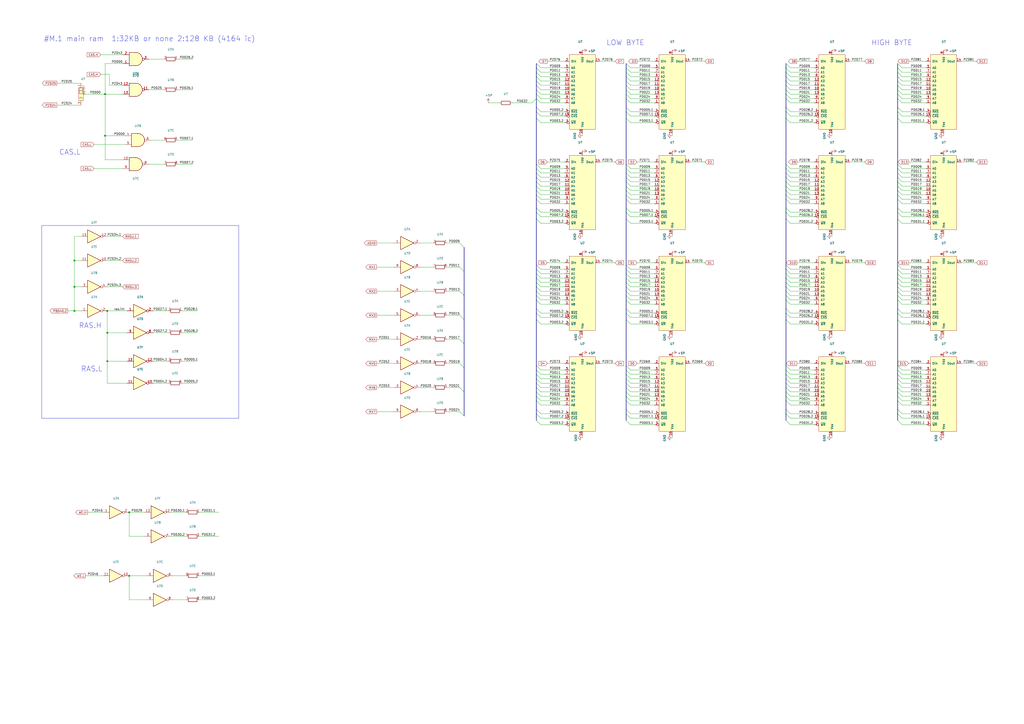
<source format=kicad_sch>
(kicad_sch (version 20220820) (generator eeschema)
  (paper "A2")
  (title_block (title "04 DRAM"))
  (junction (at 74.93 297.18))
  (junction (at 62.23 209.55))
  (junction (at 74.93 334.01))
  (junction (at 60.96 78.74))
  (junction (at 62.23 193.04))
  (junction (at 43.18 151.13))
  (junction (at 62.23 180.34))
  (junction (at 43.18 166.37))
  (junction (at 60.96 54.61))
  (junction (at 43.18 180.34))
  (bus_entry (at 311.15 62.23) (size 2.54 2.54))
  (bus_entry (at 363.22 120.65) (size 2.54 2.54))
  (bus_entry (at 520.7 224.79) (size 2.54 2.54))
  (bus_entry (at 520.7 39.37) (size 2.54 2.54))
  (bus_entry (at 311.15 222.25) (size 2.54 2.54))
  (bus_entry (at 311.15 54.61) (size 2.54 2.54))
  (bus_entry (at 455.93 123.19) (size 2.54 2.54))
  (bus_entry (at 455.93 120.65) (size 2.54 2.54))
  (bus_entry (at 520.7 110.49) (size 2.54 2.54))
  (bus_entry (at 455.93 185.42) (size 2.54 2.54))
  (bus_entry (at 311.15 49.53) (size 2.54 2.54))
  (bus_entry (at 363.22 229.87) (size 2.54 2.54))
  (bus_entry (at 455.93 113.03) (size 2.54 2.54))
  (bus_entry (at 266.7 140.97) (size 2.54 2.54))
  (bus_entry (at 363.22 185.42) (size 2.54 2.54))
  (bus_entry (at 311.15 179.07) (size 2.54 2.54))
  (bus_entry (at 311.15 232.41) (size 2.54 2.54))
  (bus_entry (at 308.61 59.69) (size 2.54 -2.54))
  (bus_entry (at 363.22 113.03) (size 2.54 2.54))
  (bus_entry (at 520.7 217.17) (size 2.54 2.54))
  (bus_entry (at 363.22 39.37) (size 2.54 2.54))
  (bus_entry (at 455.93 127) (size 2.54 2.54))
  (bus_entry (at 363.22 181.61) (size 2.54 2.54))
  (bus_entry (at 520.7 57.15) (size 2.54 2.54))
  (bus_entry (at 455.93 232.41) (size 2.54 2.54))
  (bus_entry (at 311.15 127) (size 2.54 2.54))
  (bus_entry (at 520.7 46.99) (size 2.54 2.54))
  (bus_entry (at 311.15 153.67) (size 2.54 2.54))
  (bus_entry (at 311.15 185.42) (size 2.54 2.54))
  (bus_entry (at 455.93 110.49) (size 2.54 2.54))
  (bus_entry (at 311.15 224.79) (size 2.54 2.54))
  (bus_entry (at 520.7 113.03) (size 2.54 2.54))
  (bus_entry (at 520.7 181.61) (size 2.54 2.54))
  (bus_entry (at 363.22 214.63) (size 2.54 2.54))
  (bus_entry (at 455.93 52.07) (size 2.54 2.54))
  (bus_entry (at 520.7 161.29) (size 2.54 2.54))
  (bus_entry (at 520.7 185.42) (size 2.54 2.54))
  (bus_entry (at 455.93 222.25) (size 2.54 2.54))
  (bus_entry (at 363.22 46.99) (size 2.54 2.54))
  (bus_entry (at 455.93 158.75) (size 2.54 2.54))
  (bus_entry (at 455.93 107.95) (size 2.54 2.54))
  (bus_entry (at 363.22 54.61) (size 2.54 2.54))
  (bus_entry (at 520.7 123.19) (size 2.54 2.54))
  (bus_entry (at 363.22 243.84) (size 2.54 2.54))
  (bus_entry (at 363.22 219.71) (size 2.54 2.54))
  (bus_entry (at 455.93 161.29) (size 2.54 2.54))
  (bus_entry (at 455.93 212.09) (size 2.54 2.54))
  (bus_entry (at 363.22 36.83) (size 2.54 2.54))
  (bus_entry (at 455.93 227.33) (size 2.54 2.54))
  (bus_entry (at 266.7 196.85) (size 2.54 2.54))
  (bus_entry (at 455.93 243.84) (size 2.54 2.54))
  (bus_entry (at 520.7 168.91) (size 2.54 2.54))
  (bus_entry (at 363.22 237.49) (size 2.54 2.54))
  (bus_entry (at 311.15 44.45) (size 2.54 2.54))
  (bus_entry (at 311.15 173.99) (size 2.54 2.54))
  (bus_entry (at 311.15 39.37) (size 2.54 2.54))
  (bus_entry (at 363.22 168.91) (size 2.54 2.54))
  (bus_entry (at 520.7 156.21) (size 2.54 2.54))
  (bus_entry (at 520.7 212.09) (size 2.54 2.54))
  (bus_entry (at 520.7 153.67) (size 2.54 2.54))
  (bus_entry (at 311.15 41.91) (size 2.54 2.54))
  (bus_entry (at 455.93 240.03) (size 2.54 2.54))
  (bus_entry (at 363.22 240.03) (size 2.54 2.54))
  (bus_entry (at 455.93 166.37) (size 2.54 2.54))
  (bus_entry (at 311.15 240.03) (size 2.54 2.54))
  (bus_entry (at 520.7 36.83) (size 2.54 2.54))
  (bus_entry (at 455.93 100.33) (size 2.54 2.54))
  (bus_entry (at 363.22 100.33) (size 2.54 2.54))
  (bus_entry (at 455.93 46.99) (size 2.54 2.54))
  (bus_entry (at 455.93 168.91) (size 2.54 2.54))
  (bus_entry (at 455.93 62.23) (size 2.54 2.54))
  (bus_entry (at 455.93 173.99) (size 2.54 2.54))
  (bus_entry (at 311.15 237.49) (size 2.54 2.54))
  (bus_entry (at 311.15 171.45) (size 2.54 2.54))
  (bus_entry (at 455.93 171.45) (size 2.54 2.54))
  (bus_entry (at 311.15 158.75) (size 2.54 2.54))
  (bus_entry (at 363.22 105.41) (size 2.54 2.54))
  (bus_entry (at 266.7 182.88) (size 2.54 2.54))
  (bus_entry (at 520.7 158.75) (size 2.54 2.54))
  (bus_entry (at 363.22 68.58) (size 2.54 2.54))
  (bus_entry (at 311.15 105.41) (size 2.54 2.54))
  (bus_entry (at 363.22 115.57) (size 2.54 2.54))
  (bus_entry (at 455.93 156.21) (size 2.54 2.54))
  (bus_entry (at 455.93 41.91) (size 2.54 2.54))
  (bus_entry (at 363.22 227.33) (size 2.54 2.54))
  (bus_entry (at 266.7 238.76) (size 2.54 2.54))
  (bus_entry (at 520.7 97.79) (size 2.54 2.54))
  (bus_entry (at 311.15 123.19) (size 2.54 2.54))
  (bus_entry (at 455.93 115.57) (size 2.54 2.54))
  (bus_entry (at 520.7 54.61) (size 2.54 2.54))
  (bus_entry (at 520.7 229.87) (size 2.54 2.54))
  (bus_entry (at 363.22 163.83) (size 2.54 2.54))
  (bus_entry (at 520.7 115.57) (size 2.54 2.54))
  (bus_entry (at 363.22 158.75) (size 2.54 2.54))
  (bus_entry (at 520.7 68.58) (size 2.54 2.54))
  (bus_entry (at 311.15 113.03) (size 2.54 2.54))
  (bus_entry (at 311.15 229.87) (size 2.54 2.54))
  (bus_entry (at 455.93 181.61) (size 2.54 2.54))
  (bus_entry (at 363.22 166.37) (size 2.54 2.54))
  (bus_entry (at 311.15 161.29) (size 2.54 2.54))
  (bus_entry (at 520.7 120.65) (size 2.54 2.54))
  (bus_entry (at 363.22 110.49) (size 2.54 2.54))
  (bus_entry (at 363.22 232.41) (size 2.54 2.54))
  (bus_entry (at 455.93 64.77) (size 2.54 2.54))
  (bus_entry (at 311.15 243.84) (size 2.54 2.54))
  (bus_entry (at 311.15 217.17) (size 2.54 2.54))
  (bus_entry (at 455.93 44.45) (size 2.54 2.54))
  (bus_entry (at 363.22 179.07) (size 2.54 2.54))
  (bus_entry (at 520.7 49.53) (size 2.54 2.54))
  (bus_entry (at 363.22 153.67) (size 2.54 2.54))
  (bus_entry (at 363.22 49.53) (size 2.54 2.54))
  (bus_entry (at 520.7 100.33) (size 2.54 2.54))
  (bus_entry (at 311.15 52.07) (size 2.54 2.54))
  (bus_entry (at 363.22 97.79) (size 2.54 2.54))
  (bus_entry (at 520.7 173.99) (size 2.54 2.54))
  (bus_entry (at 266.7 168.91) (size 2.54 2.54))
  (bus_entry (at 363.22 222.25) (size 2.54 2.54))
  (bus_entry (at 311.15 156.21) (size 2.54 2.54))
  (bus_entry (at 363.22 123.19) (size 2.54 2.54))
  (bus_entry (at 520.7 219.71) (size 2.54 2.54))
  (bus_entry (at 311.15 97.79) (size 2.54 2.54))
  (bus_entry (at 520.7 127) (size 2.54 2.54))
  (bus_entry (at 455.93 217.17) (size 2.54 2.54))
  (bus_entry (at 363.22 171.45) (size 2.54 2.54))
  (bus_entry (at 363.22 57.15) (size 2.54 2.54))
  (bus_entry (at 520.7 105.41) (size 2.54 2.54))
  (bus_entry (at 266.7 154.94) (size 2.54 2.54))
  (bus_entry (at 311.15 166.37) (size 2.54 2.54))
  (bus_entry (at 455.93 179.07) (size 2.54 2.54))
  (bus_entry (at 455.93 49.53) (size 2.54 2.54))
  (bus_entry (at 311.15 100.33) (size 2.54 2.54))
  (bus_entry (at 311.15 219.71) (size 2.54 2.54))
  (bus_entry (at 455.93 97.79) (size 2.54 2.54))
  (bus_entry (at 520.7 107.95) (size 2.54 2.54))
  (bus_entry (at 363.22 224.79) (size 2.54 2.54))
  (bus_entry (at 363.22 52.07) (size 2.54 2.54))
  (bus_entry (at 520.7 44.45) (size 2.54 2.54))
  (bus_entry (at 266.7 224.79) (size 2.54 2.54))
  (bus_entry (at 455.93 39.37) (size 2.54 2.54))
  (bus_entry (at 363.22 102.87) (size 2.54 2.54))
  (bus_entry (at 520.7 52.07) (size 2.54 2.54))
  (bus_entry (at 311.15 212.09) (size 2.54 2.54))
  (bus_entry (at 363.22 173.99) (size 2.54 2.54))
  (bus_entry (at 363.22 156.21) (size 2.54 2.54))
  (bus_entry (at 455.93 57.15) (size 2.54 2.54))
  (bus_entry (at 311.15 102.87) (size 2.54 2.54))
  (bus_entry (at 363.22 41.91) (size 2.54 2.54))
  (bus_entry (at 455.93 163.83) (size 2.54 2.54))
  (bus_entry (at 520.7 95.25) (size 2.54 2.54))
  (bus_entry (at 363.22 161.29) (size 2.54 2.54))
  (bus_entry (at 363.22 212.09) (size 2.54 2.54))
  (bus_entry (at 520.7 102.87) (size 2.54 2.54))
  (bus_entry (at 455.93 95.25) (size 2.54 2.54))
  (bus_entry (at 455.93 68.58) (size 2.54 2.54))
  (bus_entry (at 520.7 237.49) (size 2.54 2.54))
  (bus_entry (at 311.15 68.58) (size 2.54 2.54))
  (bus_entry (at 311.15 120.65) (size 2.54 2.54))
  (bus_entry (at 455.93 219.71) (size 2.54 2.54))
  (bus_entry (at 311.15 107.95) (size 2.54 2.54))
  (bus_entry (at 520.7 222.25) (size 2.54 2.54))
  (bus_entry (at 455.93 153.67) (size 2.54 2.54))
  (bus_entry (at 311.15 64.77) (size 2.54 2.54))
  (bus_entry (at 455.93 237.49) (size 2.54 2.54))
  (bus_entry (at 311.15 46.99) (size 2.54 2.54))
  (bus_entry (at 311.15 181.61) (size 2.54 2.54))
  (bus_entry (at 455.93 224.79) (size 2.54 2.54))
  (bus_entry (at 520.7 227.33) (size 2.54 2.54))
  (bus_entry (at 520.7 171.45) (size 2.54 2.54))
  (bus_entry (at 520.7 232.41) (size 2.54 2.54))
  (bus_entry (at 363.22 64.77) (size 2.54 2.54))
  (bus_entry (at 311.15 115.57) (size 2.54 2.54))
  (bus_entry (at 455.93 105.41) (size 2.54 2.54))
  (bus_entry (at 520.7 240.03) (size 2.54 2.54))
  (bus_entry (at 520.7 62.23) (size 2.54 2.54))
  (bus_entry (at 363.22 95.25) (size 2.54 2.54))
  (bus_entry (at 311.15 57.15) (size 2.54 2.54))
  (bus_entry (at 520.7 41.91) (size 2.54 2.54))
  (bus_entry (at 455.93 54.61) (size 2.54 2.54))
  (bus_entry (at 520.7 179.07) (size 2.54 2.54))
  (bus_entry (at 520.7 163.83) (size 2.54 2.54))
  (bus_entry (at 455.93 229.87) (size 2.54 2.54))
  (bus_entry (at 311.15 163.83) (size 2.54 2.54))
  (bus_entry (at 311.15 95.25) (size 2.54 2.54))
  (bus_entry (at 520.7 243.84) (size 2.54 2.54))
  (bus_entry (at 520.7 166.37) (size 2.54 2.54))
  (bus_entry (at 363.22 107.95) (size 2.54 2.54))
  (bus_entry (at 363.22 127) (size 2.54 2.54))
  (bus_entry (at 520.7 214.63) (size 2.54 2.54))
  (bus_entry (at 455.93 36.83) (size 2.54 2.54))
  (bus_entry (at 266.7 210.82) (size 2.54 2.54))
  (bus_entry (at 455.93 102.87) (size 2.54 2.54))
  (bus_entry (at 311.15 214.63) (size 2.54 2.54))
  (bus_entry (at 311.15 227.33) (size 2.54 2.54))
  (bus_entry (at 363.22 44.45) (size 2.54 2.54))
  (bus_entry (at 455.93 214.63) (size 2.54 2.54))
  (bus_entry (at 363.22 62.23) (size 2.54 2.54))
  (bus_entry (at 311.15 110.49) (size 2.54 2.54))
  (bus_entry (at 363.22 217.17) (size 2.54 2.54))
  (bus_entry (at 311.15 168.91) (size 2.54 2.54))
  (bus_entry (at 520.7 64.77) (size 2.54 2.54))
  (bus_entry (at 311.15 36.83) (size 2.54 2.54))
  (wire (pts (xy 115.57 334.01) (xy 124.46 334.01)))
  (bus (pts (xy 311.15 115.57) (xy 311.15 120.65)))
  (wire (pts (xy 43.18 151.13) (xy 43.18 137.16)))
  (wire (pts (xy 458.47 166.37) (xy 472.44 166.37)))
  (wire (pts (xy 317.5 93.98) (xy 327.66 93.98)))
  (wire (pts (xy 523.24 161.29) (xy 537.21 161.29)))
  (bus (pts (xy 269.24 199.39) (xy 269.24 213.36)))
  (wire (pts (xy 365.76 107.95) (xy 379.73 107.95)))
  (bus (pts (xy 520.7 214.63) (xy 520.7 217.17)))
  (wire (pts (xy 462.28 35.56) (xy 472.44 35.56)))
  (bus (pts (xy 363.22 181.61) (xy 363.22 185.42)))
  (bus (pts (xy 520.7 158.75) (xy 520.7 161.29)))
  (wire (pts (xy 458.47 240.03) (xy 472.44 240.03)))
  (bus (pts (xy 455.93 156.21) (xy 455.93 158.75)))
  (wire (pts (xy 389.89 78.74) (xy 389.89 77.47)))
  (bus (pts (xy 363.22 54.61) (xy 363.22 57.15)))
  (bus (pts (xy 363.22 166.37) (xy 363.22 168.91)))
  (bus (pts (xy 455.93 166.37) (xy 455.93 168.91)))
  (bus (pts (xy 311.15 100.33) (xy 311.15 102.87)))
  (wire (pts (xy 73.66 209.55) (xy 62.23 209.55)))
  (bus (pts (xy 363.22 163.83) (xy 363.22 166.37)))
  (wire (pts (xy 523.24 232.41) (xy 537.21 232.41)))
  (wire (pts (xy 337.82 135.89) (xy 337.82 137.16)))
  (bus (pts (xy 455.93 222.25) (xy 455.93 224.79)))
  (bus (pts (xy 363.22 57.15) (xy 363.22 62.23)))
  (bus (pts (xy 520.7 222.25) (xy 520.7 224.79)))
  (wire (pts (xy 105.41 222.25) (xy 114.3 222.25)))
  (wire (pts (xy 458.47 123.19) (xy 472.44 123.19)))
  (wire (pts (xy 369.57 93.98) (xy 379.73 93.98)))
  (bus (pts (xy 363.22 217.17) (xy 363.22 219.71)))
  (bus (pts (xy 363.22 36.83) (xy 363.22 39.37)))
  (bus (pts (xy 520.7 62.23) (xy 520.7 64.77)))
  (wire (pts (xy 283.21 59.69) (xy 289.56 59.69)))
  (wire (pts (xy 62.23 180.34) (xy 73.66 180.34)))
  (wire (pts (xy 482.6 137.16) (xy 482.6 135.89)))
  (wire (pts (xy 86.36 34.29) (xy 95.25 34.29)))
  (bus (pts (xy 363.22 214.63) (xy 363.22 217.17)))
  (bus (pts (xy 520.7 36.83) (xy 520.7 39.37)))
  (wire (pts (xy 458.47 163.83) (xy 472.44 163.83)))
  (bus (pts (xy 455.93 224.79) (xy 455.93 227.33)))
  (wire (pts (xy 523.24 214.63) (xy 537.21 214.63)))
  (bus (pts (xy 311.15 102.87) (xy 311.15 105.41)))
  (wire (pts (xy 313.69 184.15) (xy 327.66 184.15)))
  (wire (pts (xy 115.57 297.18) (xy 127 297.18)))
  (wire (pts (xy 313.69 166.37) (xy 327.66 166.37)))
  (wire (pts (xy 523.24 57.15) (xy 537.21 57.15)))
  (bus (pts (xy 311.15 64.77) (xy 311.15 68.58)))
  (bus (pts (xy 363.22 102.87) (xy 363.22 105.41)))
  (wire (pts (xy 347.98 35.56) (xy 356.87 35.56)))
  (bus (pts (xy 311.15 52.07) (xy 311.15 54.61)))
  (bus (pts (xy 520.7 212.09) (xy 520.7 214.63)))
  (wire (pts (xy 74.93 347.98) (xy 85.09 347.98)))
  (wire (pts (xy 369.57 152.4) (xy 379.73 152.4)))
  (wire (pts (xy 369.57 35.56) (xy 379.73 35.56)))
  (wire (pts (xy 523.24 173.99) (xy 537.21 173.99)))
  (wire (pts (xy 523.24 41.91) (xy 537.21 41.91)))
  (wire (pts (xy 33.02 60.96) (xy 46.99 60.96)))
  (bus (pts (xy 455.93 181.61) (xy 455.93 185.42)))
  (wire (pts (xy 313.69 102.87) (xy 327.66 102.87)))
  (bus (pts (xy 455.93 179.07) (xy 455.93 181.61)))
  (bus (pts (xy 363.22 100.33) (xy 363.22 102.87)))
  (wire (pts (xy 365.76 123.19) (xy 379.73 123.19)))
  (bus (pts (xy 520.7 161.29) (xy 520.7 163.83)))
  (bus (pts (xy 311.15 110.49) (xy 311.15 113.03)))
  (bus (pts (xy 520.7 105.41) (xy 520.7 107.95)))
  (bus (pts (xy 455.93 52.07) (xy 455.93 54.61)))
  (bus (pts (xy 311.15 161.29) (xy 311.15 163.83)))
  (wire (pts (xy 337.82 77.47) (xy 337.82 78.74)))
  (wire (pts (xy 458.47 234.95) (xy 472.44 234.95)))
  (wire (pts (xy 389.89 195.58) (xy 389.89 194.31)))
  (bus (pts (xy 311.15 105.41) (xy 311.15 107.95)))
  (wire (pts (xy 458.47 181.61) (xy 472.44 181.61)))
  (wire (pts (xy 58.42 43.18) (xy 63.5 43.18)))
  (bus (pts (xy 520.7 120.65) (xy 520.7 123.19)))
  (wire (pts (xy 365.76 161.29) (xy 379.73 161.29)))
  (wire (pts (xy 313.69 234.95) (xy 327.66 234.95)))
  (wire (pts (xy 313.69 224.79) (xy 327.66 224.79)))
  (bus (pts (xy 520.7 113.03) (xy 520.7 115.57)))
  (wire (pts (xy 243.84 210.82) (xy 251.46 210.82)))
  (wire (pts (xy 365.76 168.91) (xy 379.73 168.91)))
  (bus (pts (xy 311.15 168.91) (xy 311.15 171.45)))
  (bus (pts (xy 520.7 44.45) (xy 520.7 46.99)))
  (wire (pts (xy 365.76 181.61) (xy 379.73 181.61)))
  (bus (pts (xy 311.15 185.42) (xy 311.15 212.09)))
  (wire (pts (xy 43.18 180.34) (xy 43.18 166.37)))
  (wire (pts (xy 62.23 180.34) (xy 62.23 193.04)))
  (wire (pts (xy 88.9 222.25) (xy 97.79 222.25)))
  (bus (pts (xy 311.15 222.25) (xy 311.15 224.79)))
  (wire (pts (xy 33.02 48.26) (xy 46.99 48.26)))
  (bus (pts (xy 311.15 214.63) (xy 311.15 217.17)))
  (bus (pts (xy 363.22 105.41) (xy 363.22 107.95)))
  (wire (pts (xy 462.28 93.98) (xy 472.44 93.98)))
  (wire (pts (xy 365.76 184.15) (xy 379.73 184.15)))
  (bus (pts (xy 311.15 62.23) (xy 311.15 64.77)))
  (bus (pts (xy 311.15 127) (xy 311.15 153.67)))
  (wire (pts (xy 313.69 97.79) (xy 327.66 97.79)))
  (wire (pts (xy 365.76 46.99) (xy 379.73 46.99)))
  (bus (pts (xy 363.22 158.75) (xy 363.22 161.29)))
  (wire (pts (xy 365.76 227.33) (xy 379.73 227.33)))
  (wire (pts (xy 523.24 224.79) (xy 537.21 224.79)))
  (bus (pts (xy 520.7 217.17) (xy 520.7 219.71)))
  (wire (pts (xy 60.96 54.61) (xy 71.12 54.61)))
  (bus (pts (xy 363.22 49.53) (xy 363.22 52.07)))
  (wire (pts (xy 60.96 180.34) (xy 62.23 180.34)))
  (bus (pts (xy 269.24 157.48) (xy 269.24 171.45)))
  (wire (pts (xy 218.44 168.91) (xy 228.6 168.91)))
  (bus (pts (xy 455.93 212.09) (xy 455.93 214.63)))
  (wire (pts (xy 313.69 181.61) (xy 327.66 181.61)))
  (wire (pts (xy 365.76 100.33) (xy 379.73 100.33)))
  (wire (pts (xy 369.57 210.82) (xy 379.73 210.82)))
  (wire (pts (xy 60.96 54.61) (xy 60.96 78.74)))
  (wire (pts (xy 228.6 224.79) (xy 218.44 224.79)))
  (bus (pts (xy 520.7 237.49) (xy 520.7 240.03)))
  (bus (pts (xy 520.7 166.37) (xy 520.7 168.91)))
  (wire (pts (xy 523.24 168.91) (xy 537.21 168.91)))
  (bus (pts (xy 311.15 158.75) (xy 311.15 161.29)))
  (wire (pts (xy 74.93 311.15) (xy 83.82 311.15)))
  (wire (pts (xy 337.82 252.73) (xy 337.82 254)))
  (bus (pts (xy 455.93 54.61) (xy 455.93 57.15)))
  (wire (pts (xy 389.89 254) (xy 389.89 252.73)))
  (bus (pts (xy 311.15 113.03) (xy 311.15 115.57)))
  (wire (pts (xy 62.23 166.37) (xy 71.12 166.37)))
  (wire (pts (xy 313.69 242.57) (xy 327.66 242.57)))
  (wire (pts (xy 228.6 196.85) (xy 218.44 196.85)))
  (wire (pts (xy 63.5 49.53) (xy 71.12 49.53)))
  (bus (pts (xy 455.93 39.37) (xy 455.93 41.91)))
  (bus (pts (xy 520.7 54.61) (xy 520.7 57.15)))
  (bus (pts (xy 455.93 95.25) (xy 455.93 97.79)))
  (wire (pts (xy 105.41 209.55) (xy 114.3 209.55)))
  (wire (pts (xy 313.69 123.19) (xy 327.66 123.19)))
  (bus (pts (xy 311.15 179.07) (xy 311.15 181.61)))
  (wire (pts (xy 313.69 59.69) (xy 327.66 59.69)))
  (wire (pts (xy 313.69 49.53) (xy 327.66 49.53)))
  (bus (pts (xy 520.7 185.42) (xy 520.7 212.09)))
  (bus (pts (xy 520.7 173.99) (xy 520.7 179.07)))
  (wire (pts (xy 365.76 113.03) (xy 379.73 113.03)))
  (wire (pts (xy 458.47 100.33) (xy 472.44 100.33)))
  (wire (pts (xy 492.76 210.82) (xy 501.65 210.82)))
  (wire (pts (xy 523.24 227.33) (xy 537.21 227.33)))
  (bus (pts (xy 520.7 64.77) (xy 520.7 68.58)))
  (wire (pts (xy 523.24 71.12) (xy 537.21 71.12)))
  (wire (pts (xy 523.24 107.95) (xy 537.21 107.95)))
  (wire (pts (xy 365.76 222.25) (xy 379.73 222.25)))
  (wire (pts (xy 458.47 44.45) (xy 472.44 44.45)))
  (wire (pts (xy 50.8 297.18) (xy 59.69 297.18)))
  (bus (pts (xy 520.7 224.79) (xy 520.7 227.33)))
  (wire (pts (xy 458.47 64.77) (xy 472.44 64.77)))
  (wire (pts (xy 458.47 115.57) (xy 472.44 115.57)))
  (wire (pts (xy 243.84 140.97) (xy 251.46 140.97)))
  (wire (pts (xy 482.6 195.58) (xy 482.6 194.31)))
  (wire (pts (xy 523.24 242.57) (xy 537.21 242.57)))
  (wire (pts (xy 243.84 196.85) (xy 251.46 196.85)))
  (bus (pts (xy 363.22 212.09) (xy 363.22 214.63)))
  (wire (pts (xy 365.76 240.03) (xy 379.73 240.03)))
  (wire (pts (xy 557.53 35.56) (xy 566.42 35.56)))
  (bus (pts (xy 363.22 46.99) (xy 363.22 49.53)))
  (wire (pts (xy 365.76 44.45) (xy 379.73 44.45)))
  (wire (pts (xy 60.96 78.74) (xy 60.96 92.71)))
  (wire (pts (xy 243.84 224.79) (xy 251.46 224.79)))
  (wire (pts (xy 523.24 156.21) (xy 537.21 156.21)))
  (bus (pts (xy 520.7 229.87) (xy 520.7 232.41)))
  (bus (pts (xy 363.22 222.25) (xy 363.22 224.79)))
  (bus (pts (xy 455.93 237.49) (xy 455.93 240.03)))
  (bus (pts (xy 363.22 161.29) (xy 363.22 163.83)))
  (bus (pts (xy 311.15 232.41) (xy 311.15 237.49)))
  (bus (pts (xy 363.22 115.57) (xy 363.22 120.65)))
  (wire (pts (xy 523.24 54.61) (xy 537.21 54.61)))
  (wire (pts (xy 39.37 180.34) (xy 43.18 180.34)))
  (wire (pts (xy 458.47 222.25) (xy 472.44 222.25)))
  (wire (pts (xy 458.47 158.75) (xy 472.44 158.75)))
  (wire (pts (xy 63.5 43.18) (xy 63.5 49.53)))
  (polyline (pts (xy 24.13 130.81) (xy 24.13 242.57)))
  (bus (pts (xy 455.93 153.67) (xy 455.93 156.21)))
  (bus (pts (xy 455.93 185.42) (xy 455.93 212.09)))
  (bus (pts (xy 363.22 62.23) (xy 363.22 64.77)))
  (wire (pts (xy 74.93 334.01) (xy 74.93 347.98)))
  (wire (pts (xy 313.69 54.61) (xy 327.66 54.61)))
  (wire (pts (xy 313.69 129.54) (xy 327.66 129.54)))
  (wire (pts (xy 49.53 54.61) (xy 60.96 54.61)))
  (wire (pts (xy 523.24 163.83) (xy 537.21 163.83)))
  (bus (pts (xy 455.93 115.57) (xy 455.93 120.65)))
  (bus (pts (xy 520.7 168.91) (xy 520.7 171.45)))
  (wire (pts (xy 458.47 118.11) (xy 472.44 118.11)))
  (bus (pts (xy 455.93 57.15) (xy 455.93 62.23)))
  (bus (pts (xy 520.7 102.87) (xy 520.7 105.41)))
  (wire (pts (xy 547.37 254) (xy 547.37 252.73)))
  (bus (pts (xy 311.15 68.58) (xy 311.15 95.25)))
  (wire (pts (xy 365.76 59.69) (xy 379.73 59.69)))
  (wire (pts (xy 458.47 46.99) (xy 472.44 46.99)))
  (wire (pts (xy 527.05 152.4) (xy 537.21 152.4)))
  (bus (pts (xy 363.22 41.91) (xy 363.22 44.45)))
  (bus (pts (xy 520.7 232.41) (xy 520.7 237.49)))
  (bus (pts (xy 455.93 123.19) (xy 455.93 127)))
  (bus (pts (xy 520.7 240.03) (xy 520.7 243.84)))
  (wire (pts (xy 365.76 176.53) (xy 379.73 176.53)))
  (wire (pts (xy 102.87 95.25) (xy 111.76 95.25)))
  (bus (pts (xy 520.7 115.57) (xy 520.7 120.65)))
  (wire (pts (xy 527.05 35.56) (xy 537.21 35.56)))
  (wire (pts (xy 105.41 193.04) (xy 114.3 193.04)))
  (wire (pts (xy 313.69 41.91) (xy 327.66 41.91)))
  (bus (pts (xy 311.15 212.09) (xy 311.15 214.63)))
  (wire (pts (xy 43.18 166.37) (xy 46.99 166.37)))
  (bus (pts (xy 455.93 227.33) (xy 455.93 229.87)))
  (bus (pts (xy 520.7 181.61) (xy 520.7 185.42)))
  (bus (pts (xy 363.22 224.79) (xy 363.22 227.33)))
  (wire (pts (xy 458.47 184.15) (xy 472.44 184.15)))
  (wire (pts (xy 259.08 140.97) (xy 266.7 140.97)))
  (wire (pts (xy 458.47 227.33) (xy 472.44 227.33)))
  (wire (pts (xy 347.98 210.82) (xy 356.87 210.82)))
  (bus (pts (xy 311.15 153.67) (xy 311.15 156.21)))
  (wire (pts (xy 365.76 166.37) (xy 379.73 166.37)))
  (wire (pts (xy 458.47 242.57) (xy 472.44 242.57)))
  (wire (pts (xy 523.24 110.49) (xy 537.21 110.49)))
  (wire (pts (xy 523.24 118.11) (xy 537.21 118.11)))
  (wire (pts (xy 458.47 49.53) (xy 472.44 49.53)))
  (bus (pts (xy 311.15 240.03) (xy 311.15 243.84)))
  (wire (pts (xy 62.23 193.04) (xy 62.23 209.55)))
  (wire (pts (xy 523.24 102.87) (xy 537.21 102.87)))
  (bus (pts (xy 455.93 110.49) (xy 455.93 113.03)))
  (wire (pts (xy 243.84 168.91) (xy 251.46 168.91)))
  (wire (pts (xy 523.24 100.33) (xy 537.21 100.33)))
  (wire (pts (xy 43.18 180.34) (xy 46.99 180.34)))
  (wire (pts (xy 523.24 219.71) (xy 537.21 219.71)))
  (wire (pts (xy 365.76 39.37) (xy 379.73 39.37)))
  (bus (pts (xy 455.93 171.45) (xy 455.93 173.99)))
  (wire (pts (xy 365.76 224.79) (xy 379.73 224.79)))
  (wire (pts (xy 99.06 311.15) (xy 107.95 311.15)))
  (bus (pts (xy 520.7 219.71) (xy 520.7 222.25)))
  (bus (pts (xy 363.22 171.45) (xy 363.22 173.99)))
  (bus (pts (xy 520.7 97.79) (xy 520.7 100.33)))
  (bus (pts (xy 455.93 113.03) (xy 455.93 115.57)))
  (wire (pts (xy 62.23 222.25) (xy 73.66 222.25)))
  (wire (pts (xy 523.24 229.87) (xy 537.21 229.87)))
  (wire (pts (xy 365.76 171.45) (xy 379.73 171.45)))
  (bus (pts (xy 520.7 156.21) (xy 520.7 158.75)))
  (bus (pts (xy 311.15 107.95) (xy 311.15 110.49)))
  (wire (pts (xy 458.47 219.71) (xy 472.44 219.71)))
  (wire (pts (xy 458.47 113.03) (xy 472.44 113.03)))
  (bus (pts (xy 455.93 168.91) (xy 455.93 171.45)))
  (wire (pts (xy 365.76 71.12) (xy 379.73 71.12)))
  (bus (pts (xy 455.93 158.75) (xy 455.93 161.29)))
  (wire (pts (xy 458.47 125.73) (xy 472.44 125.73)))
  (bus (pts (xy 363.22 110.49) (xy 363.22 113.03)))
  (bus (pts (xy 520.7 107.95) (xy 520.7 110.49)))
  (bus (pts (xy 311.15 181.61) (xy 311.15 185.42)))
  (bus (pts (xy 311.15 224.79) (xy 311.15 227.33)))
  (wire (pts (xy 313.69 156.21) (xy 327.66 156.21)))
  (wire (pts (xy 86.36 95.25) (xy 95.25 95.25)))
  (wire (pts (xy 88.9 180.34) (xy 97.79 180.34)))
  (wire (pts (xy 458.47 107.95) (xy 472.44 107.95)))
  (wire (pts (xy 60.96 54.61) (xy 60.96 36.83)))
  (wire (pts (xy 458.47 161.29) (xy 472.44 161.29)))
  (wire (pts (xy 259.08 238.76) (xy 266.7 238.76)))
  (wire (pts (xy 102.87 81.28) (xy 111.76 81.28)))
  (wire (pts (xy 458.47 173.99) (xy 472.44 173.99)))
  (bus (pts (xy 311.15 173.99) (xy 311.15 179.07)))
  (wire (pts (xy 458.47 214.63) (xy 472.44 214.63)))
  (bus (pts (xy 455.93 127) (xy 455.93 153.67)))
  (bus (pts (xy 455.93 97.79) (xy 455.93 100.33)))
  (wire (pts (xy 62.23 209.55) (xy 62.23 222.25)))
  (wire (pts (xy 313.69 217.17) (xy 327.66 217.17)))
  (bus (pts (xy 363.22 64.77) (xy 363.22 68.58)))
  (wire (pts (xy 458.47 54.61) (xy 472.44 54.61)))
  (wire (pts (xy 259.08 182.88) (xy 266.7 182.88)))
  (wire (pts (xy 313.69 173.99) (xy 327.66 173.99)))
  (bus (pts (xy 455.93 62.23) (xy 455.93 64.77)))
  (wire (pts (xy 313.69 110.49) (xy 327.66 110.49)))
  (wire (pts (xy 523.24 64.77) (xy 537.21 64.77)))
  (wire (pts (xy 492.76 152.4) (xy 501.65 152.4)))
  (bus (pts (xy 363.22 240.03) (xy 363.22 243.84)))
  (wire (pts (xy 88.9 193.04) (xy 97.79 193.04)))
  (wire (pts (xy 243.84 154.94) (xy 251.46 154.94)))
  (bus (pts (xy 311.15 217.17) (xy 311.15 219.71)))
  (wire (pts (xy 458.47 41.91) (xy 472.44 41.91)))
  (wire (pts (xy 527.05 93.98) (xy 537.21 93.98)))
  (wire (pts (xy 523.24 246.38) (xy 537.21 246.38)))
  (wire (pts (xy 458.47 224.79) (xy 472.44 224.79)))
  (wire (pts (xy 458.47 229.87) (xy 472.44 229.87)))
  (wire (pts (xy 365.76 232.41) (xy 379.73 232.41)))
  (wire (pts (xy 547.37 137.16) (xy 547.37 135.89)))
  (wire (pts (xy 99.06 297.18) (xy 107.95 297.18)))
  (wire (pts (xy 523.24 234.95) (xy 537.21 234.95)))
  (wire (pts (xy 547.37 78.74) (xy 547.37 77.47)))
  (wire (pts (xy 313.69 107.95) (xy 327.66 107.95)))
  (wire (pts (xy 259.08 196.85) (xy 266.7 196.85)))
  (wire (pts (xy 365.76 41.91) (xy 379.73 41.91)))
  (wire (pts (xy 228.6 140.97) (xy 218.44 140.97)))
  (bus (pts (xy 363.22 227.33) (xy 363.22 229.87)))
  (wire (pts (xy 458.47 171.45) (xy 472.44 171.45)))
  (wire (pts (xy 60.96 36.83) (xy 71.12 36.83)))
  (wire (pts (xy 458.47 232.41) (xy 472.44 232.41)))
  (bus (pts (xy 311.15 41.91) (xy 311.15 44.45)))
  (bus (pts (xy 269.24 143.51) (xy 269.24 157.48)))
  (bus (pts (xy 455.93 217.17) (xy 455.93 219.71)))
  (bus (pts (xy 520.7 127) (xy 520.7 153.67)))
  (polyline (pts (xy 24.13 242.57) (xy 138.43 242.57)))
  (wire (pts (xy 347.98 93.98) (xy 356.87 93.98)))
  (wire (pts (xy 365.76 110.49) (xy 379.73 110.49)))
  (bus (pts (xy 455.93 44.45) (xy 455.93 46.99)))
  (wire (pts (xy 365.76 163.83) (xy 379.73 163.83)))
  (bus (pts (xy 311.15 163.83) (xy 311.15 166.37)))
  (wire (pts (xy 313.69 71.12) (xy 327.66 71.12)))
  (wire (pts (xy 105.41 180.34) (xy 114.3 180.34)))
  (bus (pts (xy 363.22 232.41) (xy 363.22 237.49)))
  (wire (pts (xy 523.24 176.53) (xy 537.21 176.53)))
  (wire (pts (xy 317.5 152.4) (xy 327.66 152.4)))
  (wire (pts (xy 365.76 229.87) (xy 379.73 229.87)))
  (wire (pts (xy 458.47 52.07) (xy 472.44 52.07)))
  (wire (pts (xy 365.76 118.11) (xy 379.73 118.11)))
  (wire (pts (xy 462.28 152.4) (xy 472.44 152.4)))
  (wire (pts (xy 365.76 102.87) (xy 379.73 102.87)))
  (bus (pts (xy 455.93 105.41) (xy 455.93 107.95)))
  (bus (pts (xy 311.15 57.15) (xy 311.15 62.23)))
  (bus (pts (xy 455.93 49.53) (xy 455.93 52.07)))
  (wire (pts (xy 458.47 187.96) (xy 472.44 187.96)))
  (bus (pts (xy 363.22 127) (xy 363.22 153.67)))
  (bus (pts (xy 311.15 219.71) (xy 311.15 222.25)))
  (wire (pts (xy 259.08 224.79) (xy 266.7 224.79)))
  (bus (pts (xy 520.7 39.37) (xy 520.7 41.91)))
  (wire (pts (xy 347.98 152.4) (xy 356.87 152.4)))
  (bus (pts (xy 455.93 214.63) (xy 455.93 217.17)))
  (bus (pts (xy 520.7 110.49) (xy 520.7 113.03)))
  (wire (pts (xy 523.24 184.15) (xy 537.21 184.15)))
  (bus (pts (xy 311.15 44.45) (xy 311.15 46.99)))
  (bus (pts (xy 520.7 49.53) (xy 520.7 52.07)))
  (wire (pts (xy 115.57 311.15) (xy 127 311.15)))
  (wire (pts (xy 482.6 254) (xy 482.6 252.73)))
  (bus (pts (xy 520.7 57.15) (xy 520.7 62.23)))
  (bus (pts (xy 520.7 123.19) (xy 520.7 127)))
  (bus (pts (xy 455.93 120.65) (xy 455.93 123.19)))
  (bus (pts (xy 311.15 95.25) (xy 311.15 97.79)))
  (bus (pts (xy 311.15 237.49) (xy 311.15 240.03)))
  (wire (pts (xy 365.76 242.57) (xy 379.73 242.57)))
  (wire (pts (xy 100.33 334.01) (xy 107.95 334.01)))
  (wire (pts (xy 365.76 187.96) (xy 379.73 187.96)))
  (wire (pts (xy 365.76 246.38) (xy 379.73 246.38)))
  (wire (pts (xy 458.47 246.38) (xy 472.44 246.38)))
  (wire (pts (xy 60.96 92.71) (xy 71.12 92.71)))
  (bus (pts (xy 363.22 39.37) (xy 363.22 41.91)))
  (wire (pts (xy 313.69 214.63) (xy 327.66 214.63)))
  (bus (pts (xy 520.7 100.33) (xy 520.7 102.87)))
  (wire (pts (xy 458.47 97.79) (xy 472.44 97.79)))
  (wire (pts (xy 482.6 78.74) (xy 482.6 77.47)))
  (wire (pts (xy 523.24 115.57) (xy 537.21 115.57)))
  (wire (pts (xy 313.69 64.77) (xy 327.66 64.77)))
  (wire (pts (xy 365.76 214.63) (xy 379.73 214.63)))
  (bus (pts (xy 363.22 123.19) (xy 363.22 127)))
  (wire (pts (xy 557.53 93.98) (xy 566.42 93.98)))
  (wire (pts (xy 523.24 181.61) (xy 537.21 181.61)))
  (wire (pts (xy 389.89 137.16) (xy 389.89 135.89)))
  (wire (pts (xy 365.76 219.71) (xy 379.73 219.71)))
  (polyline (pts (xy 138.43 130.81) (xy 24.13 130.81)))
  (wire (pts (xy 54.61 97.79) (xy 71.12 97.79)))
  (wire (pts (xy 458.47 57.15) (xy 472.44 57.15)))
  (wire (pts (xy 523.24 123.19) (xy 537.21 123.19)))
  (bus (pts (xy 311.15 120.65) (xy 311.15 123.19)))
  (wire (pts (xy 523.24 97.79) (xy 537.21 97.79)))
  (wire (pts (xy 243.84 182.88) (xy 251.46 182.88)))
  (wire (pts (xy 458.47 102.87) (xy 472.44 102.87)))
  (wire (pts (xy 458.47 156.21) (xy 472.44 156.21)))
  (wire (pts (xy 365.76 52.07) (xy 379.73 52.07)))
  (wire (pts (xy 243.84 238.76) (xy 251.46 238.76)))
  (wire (pts (xy 365.76 57.15) (xy 379.73 57.15)))
  (wire (pts (xy 62.23 193.04) (xy 73.66 193.04)))
  (bus (pts (xy 311.15 97.79) (xy 311.15 100.33)))
  (bus (pts (xy 311.15 54.61) (xy 311.15 57.15)))
  (wire (pts (xy 523.24 67.31) (xy 537.21 67.31)))
  (wire (pts (xy 313.69 246.38) (xy 327.66 246.38)))
  (wire (pts (xy 62.23 151.13) (xy 71.12 151.13)))
  (wire (pts (xy 458.47 110.49) (xy 472.44 110.49)))
  (bus (pts (xy 363.22 179.07) (xy 363.22 181.61)))
  (wire (pts (xy 523.24 217.17) (xy 537.21 217.17)))
  (wire (pts (xy 313.69 232.41) (xy 327.66 232.41)))
  (bus (pts (xy 363.22 97.79) (xy 363.22 100.33)))
  (wire (pts (xy 58.42 31.75) (xy 71.12 31.75)))
  (wire (pts (xy 43.18 166.37) (xy 43.18 151.13)))
  (wire (pts (xy 523.24 44.45) (xy 537.21 44.45)))
  (bus (pts (xy 455.93 240.03) (xy 455.93 243.84)))
  (wire (pts (xy 313.69 105.41) (xy 327.66 105.41)))
  (wire (pts (xy 259.08 168.91) (xy 266.7 168.91)))
  (wire (pts (xy 313.69 222.25) (xy 327.66 222.25)))
  (wire (pts (xy 400.05 35.56) (xy 408.94 35.56)))
  (bus (pts (xy 311.15 166.37) (xy 311.15 168.91)))
  (wire (pts (xy 86.36 52.07) (xy 95.25 52.07)))
  (wire (pts (xy 49.53 334.01) (xy 59.69 334.01)))
  (wire (pts (xy 365.76 115.57) (xy 379.73 115.57)))
  (bus (pts (xy 363.22 219.71) (xy 363.22 222.25)))
  (bus (pts (xy 311.15 156.21) (xy 311.15 158.75)))
  (wire (pts (xy 74.93 334.01) (xy 85.09 334.01)))
  (bus (pts (xy 455.93 163.83) (xy 455.93 166.37)))
  (wire (pts (xy 458.47 168.91) (xy 472.44 168.91)))
  (wire (pts (xy 313.69 163.83) (xy 327.66 163.83)))
  (wire (pts (xy 337.82 194.31) (xy 337.82 195.58)))
  (wire (pts (xy 313.69 161.29) (xy 327.66 161.29)))
  (wire (pts (xy 523.24 105.41) (xy 537.21 105.41)))
  (bus (pts (xy 311.15 227.33) (xy 311.15 229.87)))
  (wire (pts (xy 458.47 217.17) (xy 472.44 217.17)))
  (bus (pts (xy 363.22 173.99) (xy 363.22 179.07)))
  (bus (pts (xy 520.7 227.33) (xy 520.7 229.87)))
  (wire (pts (xy 458.47 39.37) (xy 472.44 39.37)))
  (bus (pts (xy 455.93 46.99) (xy 455.93 49.53)))
  (wire (pts (xy 458.47 176.53) (xy 472.44 176.53)))
  (bus (pts (xy 455.93 64.77) (xy 455.93 68.58)))
  (bus (pts (xy 455.93 36.83) (xy 455.93 39.37)))
  (wire (pts (xy 458.47 105.41) (xy 472.44 105.41)))
  (wire (pts (xy 317.5 35.56) (xy 327.66 35.56)))
  (bus (pts (xy 455.93 68.58) (xy 455.93 95.25)))
  (wire (pts (xy 527.05 210.82) (xy 537.21 210.82)))
  (wire (pts (xy 313.69 39.37) (xy 327.66 39.37)))
  (wire (pts (xy 313.69 118.11) (xy 327.66 118.11)))
  (wire (pts (xy 523.24 187.96) (xy 537.21 187.96)))
  (wire (pts (xy 87.63 81.28) (xy 95.25 81.28)))
  (bus (pts (xy 455.93 229.87) (xy 455.93 232.41)))
  (wire (pts (xy 365.76 64.77) (xy 379.73 64.77)))
  (wire (pts (xy 492.76 93.98) (xy 501.65 93.98)))
  (bus (pts (xy 363.22 120.65) (xy 363.22 123.19)))
  (wire (pts (xy 313.69 52.07) (xy 327.66 52.07)))
  (wire (pts (xy 458.47 67.31) (xy 472.44 67.31)))
  (wire (pts (xy 102.87 52.07) (xy 111.76 52.07)))
  (wire (pts (xy 523.24 46.99) (xy 537.21 46.99)))
  (bus (pts (xy 455.93 173.99) (xy 455.93 179.07)))
  (bus (pts (xy 311.15 46.99) (xy 311.15 49.53)))
  (wire (pts (xy 313.69 227.33) (xy 327.66 227.33)))
  (wire (pts (xy 523.24 39.37) (xy 537.21 39.37)))
  (wire (pts (xy 365.76 129.54) (xy 379.73 129.54)))
  (bus (pts (xy 363.22 156.21) (xy 363.22 158.75)))
  (bus (pts (xy 363.22 153.67) (xy 363.22 156.21)))
  (bus (pts (xy 520.7 52.07) (xy 520.7 54.61)))
  (bus (pts (xy 363.22 229.87) (xy 363.22 232.41)))
  (bus (pts (xy 520.7 68.58) (xy 520.7 95.25)))
  (bus (pts (xy 520.7 171.45) (xy 520.7 173.99)))
  (wire (pts (xy 259.08 154.94) (xy 266.7 154.94)))
  (wire (pts (xy 365.76 54.61) (xy 379.73 54.61)))
  (wire (pts (xy 313.69 171.45) (xy 327.66 171.45)))
  (bus (pts (xy 455.93 100.33) (xy 455.93 102.87)))
  (bus (pts (xy 363.22 107.95) (xy 363.22 110.49)))
  (bus (pts (xy 455.93 102.87) (xy 455.93 105.41)))
  (wire (pts (xy 313.69 44.45) (xy 327.66 44.45)))
  (wire (pts (xy 313.69 115.57) (xy 327.66 115.57)))
  (wire (pts (xy 523.24 59.69) (xy 537.21 59.69)))
  (wire (pts (xy 62.23 137.16) (xy 71.12 137.16)))
  (bus (pts (xy 520.7 163.83) (xy 520.7 166.37)))
  (wire (pts (xy 313.69 100.33) (xy 327.66 100.33)))
  (polyline (pts (xy 138.43 242.57) (xy 138.43 130.81)))
  (bus (pts (xy 269.24 185.42) (xy 269.24 199.39)))
  (wire (pts (xy 60.96 78.74) (xy 72.39 78.74)))
  (bus (pts (xy 520.7 46.99) (xy 520.7 49.53)))
  (bus (pts (xy 363.22 113.03) (xy 363.22 115.57)))
  (wire (pts (xy 557.53 152.4) (xy 566.42 152.4)))
  (wire (pts (xy 313.69 113.03) (xy 327.66 113.03)))
  (wire (pts (xy 523.24 158.75) (xy 537.21 158.75)))
  (wire (pts (xy 228.6 154.94) (xy 218.44 154.94)))
  (wire (pts (xy 313.69 46.99) (xy 327.66 46.99)))
  (wire (pts (xy 523.24 125.73) (xy 537.21 125.73)))
  (wire (pts (xy 523.24 166.37) (xy 537.21 166.37)))
  (wire (pts (xy 365.76 97.79) (xy 379.73 97.79)))
  (bus (pts (xy 363.22 237.49) (xy 363.22 240.03)))
  (wire (pts (xy 547.37 195.58) (xy 547.37 194.31)))
  (bus (pts (xy 455.93 41.91) (xy 455.93 44.45)))
  (bus (pts (xy 520.7 153.67) (xy 520.7 156.21)))
  (wire (pts (xy 313.69 125.73) (xy 327.66 125.73)))
  (bus (pts (xy 311.15 49.53) (xy 311.15 52.07)))
  (bus (pts (xy 520.7 95.25) (xy 520.7 97.79)))
  (wire (pts (xy 365.76 217.17) (xy 379.73 217.17)))
  (wire (pts (xy 492.76 35.56) (xy 501.65 35.56)))
  (bus (pts (xy 311.15 36.83) (xy 311.15 39.37)))
  (wire (pts (xy 523.24 113.03) (xy 537.21 113.03)))
  (wire (pts (xy 523.24 240.03) (xy 537.21 240.03)))
  (bus (pts (xy 363.22 95.25) (xy 363.22 97.79)))
  (wire (pts (xy 400.05 152.4) (xy 408.94 152.4)))
  (wire (pts (xy 458.47 59.69) (xy 472.44 59.69)))
  (wire (pts (xy 74.93 297.18) (xy 83.82 297.18)))
  (wire (pts (xy 365.76 67.31) (xy 379.73 67.31)))
  (wire (pts (xy 54.61 83.82) (xy 72.39 83.82)))
  (bus (pts (xy 520.7 41.91) (xy 520.7 44.45)))
  (bus (pts (xy 269.24 227.33) (xy 269.24 241.3)))
  (wire (pts (xy 102.87 34.29) (xy 111.76 34.29)))
  (wire (pts (xy 365.76 156.21) (xy 379.73 156.21)))
  (bus (pts (xy 455.93 232.41) (xy 455.93 237.49)))
  (wire (pts (xy 365.76 173.99) (xy 379.73 173.99)))
  (wire (pts (xy 115.57 347.98) (xy 124.46 347.98)))
  (wire (pts (xy 523.24 222.25) (xy 537.21 222.25)))
  (wire (pts (xy 400.05 210.82) (xy 408.94 210.82)))
  (wire (pts (xy 557.53 210.82) (xy 566.42 210.82)))
  (wire (pts (xy 43.18 151.13) (xy 46.99 151.13)))
  (bus (pts (xy 455.93 107.95) (xy 455.93 110.49)))
  (wire (pts (xy 462.28 210.82) (xy 472.44 210.82)))
  (bus (pts (xy 455.93 161.29) (xy 455.93 163.83)))
  (wire (pts (xy 365.76 49.53) (xy 379.73 49.53)))
  (wire (pts (xy 313.69 229.87) (xy 327.66 229.87)))
  (wire (pts (xy 365.76 125.73) (xy 379.73 125.73)))
  (wire (pts (xy 218.44 238.76) (xy 228.6 238.76)))
  (wire (pts (xy 317.5 210.82) (xy 327.66 210.82)))
  (bus (pts (xy 363.22 168.91) (xy 363.22 171.45)))
  (wire (pts (xy 88.9 209.55) (xy 97.79 209.55)))
  (wire (pts (xy 218.44 182.88) (xy 228.6 182.88)))
  (wire (pts (xy 259.08 210.82) (xy 266.7 210.82)))
  (bus (pts (xy 363.22 68.58) (xy 363.22 95.25)))
  (wire (pts (xy 365.76 158.75) (xy 379.73 158.75)))
  (wire (pts (xy 523.24 171.45) (xy 537.21 171.45)))
  (bus (pts (xy 363.22 44.45) (xy 363.22 46.99)))
  (bus (pts (xy 269.24 171.45) (xy 269.24 185.42)))
  (wire (pts (xy 313.69 168.91) (xy 327.66 168.91)))
  (wire (pts (xy 400.05 93.98) (xy 408.94 93.98)))
  (wire (pts (xy 313.69 176.53) (xy 327.66 176.53)))
  (wire (pts (xy 313.69 240.03) (xy 327.66 240.03)))
  (bus (pts (xy 311.15 123.19) (xy 311.15 127)))
  (bus (pts (xy 269.24 213.36) (xy 269.24 227.33)))
  (wire (pts (xy 313.69 158.75) (xy 327.66 158.75)))
  (bus (pts (xy 311.15 229.87) (xy 311.15 232.41)))
  (wire (pts (xy 523.24 129.54) (xy 537.21 129.54)))
  (wire (pts (xy 365.76 234.95) (xy 379.73 234.95)))
  (wire (pts (xy 313.69 187.96) (xy 327.66 187.96)))
  (bus (pts (xy 363.22 185.42) (xy 363.22 212.09)))
  (bus (pts (xy 363.22 52.07) (xy 363.22 54.61)))
  (wire (pts (xy 458.47 71.12) (xy 472.44 71.12)))
  (wire (pts (xy 458.47 129.54) (xy 472.44 129.54)))
  (wire (pts (xy 313.69 219.71) (xy 327.66 219.71)))
  (wire (pts (xy 43.18 137.16) (xy 46.99 137.16)))
  (wire (pts (xy 313.69 67.31) (xy 327.66 67.31)))
  (bus (pts (xy 311.15 39.37) (xy 311.15 41.91)))
  (wire (pts (xy 313.69 57.15) (xy 327.66 57.15)))
  (wire (pts (xy 523.24 49.53) (xy 537.21 49.53)))
  (wire (pts (xy 365.76 105.41) (xy 379.73 105.41)))
  (bus (pts (xy 520.7 179.07) (xy 520.7 181.61)))
  (wire (pts (xy 218.44 210.82) (xy 228.6 210.82)))
  (bus (pts (xy 311.15 171.45) (xy 311.15 173.99)))
  (wire (pts (xy 74.93 297.18) (xy 74.93 311.15)))
  (wire (pts (xy 297.18 59.69) (xy 308.61 59.69)))
  (wire (pts (xy 523.24 52.07) (xy 537.21 52.07)))
  (bus (pts (xy 455.93 219.71) (xy 455.93 222.25)))
  (wire (pts (xy 100.33 347.98) (xy 107.95 347.98)))
  (text "CAS.L" (at 34.29 90.17 0) (effects (font (size 2.9972 2.9972)) (justify left bottom)))
  (text "HIGH BYTE" (at 505.46 26.67 0) (effects (font (size 2.9972 2.9972)) (justify left bottom)))
  (text "RAS.H\n\n" (at 45.72 195.58 0) (effects (font (size 2.9972 2.9972)) (justify left bottom)))
  (text "RAS.L\n" (at 46.99 215.9 0) (effects (font (size 2.9972 2.9972)) (justify left bottom)))
  (text "LOW BYTE" (at 351.79 26.67 0) (effects (font (size 2.9972 2.9972)) (justify left bottom)))
  (text "#M.1 main ram  1:32KB or none 2:128 KB (4164 ic)\n\n" (at 25.4 29.21 0) (effects (font (size 2.9972 2.9972)) (justify left bottom)))
  (label "PD017" (at 528.32 49.53 0))
  (label "PD028.2" (at 463.55 240.03 0))
  (label "PD007.2" (at 104.14 95.25 0))
  (label "PD024" (at 463.55 57.15 0))
  (label "PZ052" (at 219.71 210.82 0))
  (label "PZ072" (at 370.84 35.56 0))
  (label "PD019" (at 528.32 110.49 0))
  (label "PD026.1" (at 528.32 125.73 0))
  (label "PD017" (at 370.84 166.37 0))
  (label "PD024" (at 463.55 232.41 0))
  (label "PD024" (at 370.84 173.99 0))
  (label "PD009" (at 370.84 214.63 0))
  (label "PD015" (at 370.84 105.41 0))
  (label "PZ034.2" (at 62.23 151.13 0))
  (label "PD031.1" (at 528.32 246.38 0))
  (label "PD015" (at 318.77 222.25 0))
  (label "PZ079" (at 463.55 152.4 0))
  (label "PD009" (at 528.32 97.79 0))
  (label "PD017" (at 260.35 196.85 0))
  (label "PD013" (at 318.77 44.45 0))
  (label "PD004.1" (at 88.9 209.55 0))
  (label "PZ081" (at 528.32 35.56 0))
  (label "PD011" (at 463.55 158.75 0))
  (label "PD011" (at 528.32 41.91 0))
  (label "PZ077" (at 463.55 35.56 0))
  (label "PD019" (at 528.32 227.33 0))
  (label "PD031.2" (at 463.55 129.54 0))
  (label "PD032" (at 318.77 59.69 0))
  (label "PD015" (at 528.32 222.25 0))
  (label "PD028.1" (at 528.32 64.77 0))
  (label "PD009" (at 318.77 156.21 0))
  (label "PD030.2" (at 99.06 311.15 0))
  (label "PD007.1" (at 370.84 184.15 0))
  (label "PD009" (at 463.55 39.37 0))
  (label "PD021" (at 260.35 224.79 0))
  (label "PD032" (at 318.77 234.95 0))
  (label "PD031.1" (at 528.32 71.12 0))
  (label "PD003.2" (at 318.77 71.12 0))
  (label "PD027.1" (at 88.9 180.34 0))
  (label "PD015" (at 528.32 105.41 0))
  (label "PD015" (at 463.55 163.83 0))
  (label "PD026.2" (at 463.55 184.15 0))
  (label "PD013" (at 528.32 102.87 0))
  (label "PZ080" (at 463.55 210.82 0))
  (label "PD029" (at 76.2 297.18 0))
  (label "PD015" (at 318.77 46.99 0))
  (label "PD009" (at 528.32 214.63 0))
  (label "PD028.1" (at 528.32 240.03 0))
  (label "PD019" (at 463.55 52.07 0))
  (label "PD005.2" (at 318.77 181.61 0))
  (label "PD013" (at 528.32 44.45 0))
  (label "PZ082" (at 528.32 93.98 0))
  (label "PD024" (at 528.32 115.57 0))
  (label "PD005.2" (at 318.77 123.19 0))
  (label "PZ073" (at 318.77 210.82 0))
  (label "PD003.2" (at 116.84 347.98 0))
  (label "PD003.1" (at 116.84 334.01 0))
  (label "PZ081" (at 558.8 35.56 0))
  (label "PD013" (at 463.55 44.45 0))
  (label "PD032" (at 299.72 59.69 0))
  (label "PD024" (at 318.77 173.99 0))
  (label "PZ069" (at 370.84 210.82 0))
  (label "PD028.2" (at 463.55 123.19 0))
  (label "PD031.1" (at 116.84 297.18 0))
  (label "PZ045" (at 53.34 297.18 0))
  (label "PZ079" (at 494.03 152.4 0))
  (label "PD021" (at 370.84 171.45 0))
  (label "PD024" (at 528.32 173.99 0))
  (label "PD024" (at 528.32 57.15 0))
  (label "PD009" (at 318.77 97.79 0))
  (label "PD015" (at 463.55 222.25 0))
  (label "PD015" (at 463.55 46.99 0))
  (label "PD031.2" (at 463.55 71.12 0))
  (label "PZ083" (at 558.8 152.4 0))
  (label "PD019" (at 318.77 52.07 0))
  (label "PD015" (at 528.32 163.83 0))
  (label "PD024" (at 318.77 115.57 0))
  (label "PD031.2" (at 116.84 311.15 0))
  (label "PD019" (at 370.84 227.33 0))
  (label "PD017" (at 318.77 224.79 0))
  (label "PD009" (at 370.84 156.21 0))
  (label "PD032" (at 318.77 176.53 0))
  (label "PZ075" (at 349.25 93.98 0))
  (label "PD013" (at 260.35 168.91 0))
  (label "PD024" (at 318.77 232.41 0))
  (label "PD021" (at 463.55 229.87 0))
  (label "PD032" (at 463.55 118.11 0))
  (label "PD011" (at 260.35 154.94 0))
  (label "PD017" (at 370.84 224.79 0))
  (label "PZ053" (at 219.71 224.79 0))
  (label "PD026.2" (at 463.55 67.31 0))
  (label "PZ078" (at 494.03 93.98 0))
  (label "PD007.1" (at 104.14 81.28 0))
  (label "PZ083" (at 528.32 152.4 0))
  (label "PD032" (at 528.32 59.69 0))
  (label "PD032" (at 528.32 234.95 0))
  (label "PD026.2" (at 104.14 34.29 0))
  (label "PD026.1" (at 104.14 52.07 0))
  (label "PD020" (at 243.84 224.79 0))
  (label "PD019" (at 463.55 227.33 0))
  (label "PD011" (at 318.77 41.91 0))
  (label "PD017" (at 318.77 49.53 0))
  (label "PD015" (at 463.55 105.41 0))
  (label "PD026.2" (at 463.55 242.57 0))
  (label "PD021" (at 370.84 113.03 0))
  (label "PD007.2" (at 318.77 125.73 0))
  (label "PD017" (at 463.55 107.95 0))
  (label "PD021" (at 463.55 171.45 0))
  (label "PD024" (at 528.32 232.41 0))
  (label "PD011" (at 528.32 217.17 0))
  (label "PD026.1" (at 528.32 242.57 0))
  (label "PZ072" (at 401.32 35.56 0))
  (label "PD024" (at 370.84 115.57 0))
  (label "PD021" (at 528.32 171.45 0))
  (label "PD026.1" (at 528.32 67.31 0))
  (label "PD017" (at 528.32 166.37 0))
  (label "PD028.2" (at 463.55 181.61 0))
  (label "PD015" (at 528.32 46.99 0))
  (label "PD021" (at 318.77 54.61 0))
  (label "PD031.1" (at 528.32 129.54 0))
  (label "PD021" (at 318.77 229.87 0))
  (label "PD005.2" (at 318.77 240.03 0))
  (label "PD007.2" (at 318.77 242.57 0))
  (label "PD019" (at 370.84 168.91 0))
  (label "PD024" (at 463.55 173.99 0))
  (label "PD009" (at 318.77 214.63 0))
  (label "PD021" (at 318.77 113.03 0))
  (label "PZ080" (at 494.03 210.82 0))
  (label "PZ046" (at 50.8 334.01 0))
  (label "PD013" (at 370.84 161.29 0))
  (label "PD028.1" (at 528.32 181.61 0))
  (label "PD019" (at 318.77 227.33 0))
  (label "PZ084" (at 528.32 210.82 0))
  (label "PD011" (at 318.77 158.75 0))
  (label "PD013" (at 370.84 102.87 0))
  (label "PD019" (at 370.84 110.49 0))
  (label "PD011" (at 463.55 217.17 0))
  (label "PD024" (at 318.77 57.15 0))
  (label "PD009" (at 463.55 156.21 0))
  (label "PD032" (at 463.55 176.53 0))
  (label "PD003.2" (at 318.77 129.54 0))
  (label "PD017" (at 463.55 166.37 0))
  (label "PD028.2" (at 463.55 64.77 0))
  (label "PD031.2" (at 463.55 187.96 0))
  (label "PD032" (at 463.55 59.69 0))
  (label "PD011" (at 463.55 100.33 0))
  (label "PD013" (at 318.77 219.71 0))
  (label "PD032" (at 463.55 234.95 0))
  (label "PZ074" (at 349.25 152.4 0))
  (label "PD021" (at 463.55 113.03 0))
  (label "PD019" (at 318.77 168.91 0))
  (label "PD007.2" (at 318.77 67.31 0))
  (label "PD015" (at 370.84 163.83 0))
  (label "PD016" (at 243.84 196.85 0))
  (label "PD032" (at 370.84 234.95 0))
  (label "PD019" (at 528.32 52.07 0))
  (label "PD021" (at 528.32 229.87 0))
  (label "PD028.2" (at 106.68 193.04 0))
  (label "PD000" (at 52.07 54.61 0))
  (label "PD015" (at 318.77 105.41 0))
  (label "PZ077" (at 494.03 35.56 0))
  (label "PD009" (at 370.84 39.37 0))
  (label "PD024" (at 370.84 232.41 0))
  (label "PD021" (at 528.32 113.03 0))
  (label "PD011" (at 528.32 158.75 0))
  (label "PD017" (at 318.77 166.37 0))
  (label "PD028.1" (at 528.32 123.19 0))
  (label "PZ078" (at 463.55 93.98 0))
  (label "PD003.2" (at 318.77 187.96 0))
  (label "PD015" (at 318.77 163.83 0))
  (label "PD005.1" (at 370.84 123.19 0))
  (label "PD021" (at 370.84 229.87 0))
  (label "PZ070" (at 370.84 152.4 0))
  (label "PD017" (at 318.77 107.95 0))
  (label "PD013" (at 370.84 44.45 0))
  (label "PD015" (at 260.35 182.88 0))
  (label "PD017" (at 528.32 224.79 0))
  (label "PD009" (at 463.55 97.79 0))
  (label "PZ034.3" (at 62.23 166.37 0))
  (label "PD000" (at 66.04 78.74 0))
  (label "PZ034.1" (at 62.23 137.16 0))
  (label "PD013" (at 318.77 102.87 0))
  (label "PD000" (at 64.77 36.83 0))
  (label "PZ071" (at 370.84 93.98 0))
  (label "PD007.1" (at 370.84 125.73 0))
  (label "PZ082" (at 558.8 93.98 0))
  (label "PZ076" (at 318.77 35.56 0))
  (label "PZ073" (at 349.25 210.82 0))
  (label "PD005.1" (at 370.84 181.61 0))
  (label "PZ070" (at 401.32 152.4 0))
  (label "PZ084" (at 558.8 210.82 0))
  (label "PD019" (at 260.35 210.82 0))
  (label "PD009" (at 528.32 39.37 0))
  (label "PD009" (at 463.55 214.63 0))
  (label "PD028.1" (at 106.68 180.34 0))
  (label "PD003.1" (at 370.84 187.96 0))
  (label "PD032" (at 370.84 59.69 0))
  (label "PD017" (at 528.32 107.95 0))
  (label "PD032" (at 318.77 118.11 0))
  (label "PD031.2" (at 463.55 246.38 0))
  (label "PD019" (at 318.77 110.49 0))
  (label "PZ043" (at 64.77 31.75 0))
  (label "PD013" (at 318.77 161.29 0))
  (label "PD005.1" (at 370.84 64.77 0))
  (label "PD021" (at 463.55 54.61 0))
  (label "PD005.2" (at 318.77 64.77 0))
  (label "PD013" (at 370.84 219.71 0))
  (label "PD015" (at 370.84 46.99 0))
  (label "PD005.1" (at 106.68 209.55 0))
  (label "PD021" (at 318.77 171.45 0))
  (label "PD032" (at 370.84 118.11 0))
  (label "PZ069" (at 401.32 210.82 0))
  (label "PD017" (at 463.55 224.79 0))
  (label "PD011" (at 463.55 41.91 0))
  (label "PD007.2" (at 318.77 184.15 0))
  (label "PD017" (at 370.84 107.95 0))
  (label "PD017" (at 370.84 49.53 0))
  (label "PD013" (at 463.55 102.87 0))
  (label "PD018" (at 243.84 210.82 0))
  (label "PD025" (at 87.63 52.07 0))
  (label "PZ071" (at 401.32 93.98 0))
  (label "PZ024" (at 35.56 60.96 0))
  (label "PD007.1" (at 370.84 242.57 0))
  (label "PD019" (at 528.32 168.91 0))
  (label "PD017" (at 463.55 49.53 0))
  (label "PD019" (at 370.84 52.07 0))
  (label "PZ043" (at 64.77 49.53 0))
  (label "PD013" (at 463.55 161.29 0))
  (label "PD026.2" (at 463.55 125.73 0))
  (label "PD015" (at 370.84 222.25 0))
  (label "PD032" (at 528.32 176.53 0))
  (label "PD003.1" (at 370.84 246.38 0))
  (label "PD019" (at 463.55 110.49 0))
  (label "PD003.1" (at 370.84 71.12 0))
  (label "PD021" (at 370.84 54.61 0))
  (label "PD009" (at 260.35 140.97 0))
  (label "PD021" (at 528.32 54.61 0))
  (label "PZ074" (at 318.77 152.4 0))
  (label "PD026.1" (at 528.32 184.15 0))
  (label "PD024" (at 370.84 57.15 0))
  (label "PD005.1" (at 370.84 240.03 0))
  (label "PD009" (at 528.32 156.21 0))
  (label "PD007.1" (at 370.84 67.31 0))
  (label "PZ051" (at 219.71 196.85 0))
  (label "PZ076" (at 349.25 35.56 0))
  (label "PD003.2" (at 318.77 246.38 0))
  (label "PD019" (at 463.55 168.91 0))
  (label "PD024" (at 260.35 238.76 0))
  (label "PD011" (at 318.77 217.17 0))
  (label "PZ075" (at 318.77 93.98 0))
  (label "PD011" (at 528.32 100.33 0))
  (label "PD013" (at 528.32 219.71 0))
  (label "PD013" (at 463.55 219.71 0))
  (label "PD030.1" (at 99.06 297.18 0))
  (label "PD009" (at 370.84 97.79 0))
  (label "PD031.1" (at 528.32 187.96 0))
  (label "PD032" (at 370.84 176.53 0))
  (label "PD011" (at 370.84 217.17 0))
  (label "PD011" (at 370.84 158.75 0))
  (label "PD024" (at 463.55 115.57 0))
  (label "PD005.2" (at 106.68 222.25 0))
  (label "PD004.2" (at 88.9 222.25 0))
  (label "ras.int" (at 66.04 180.34 0))
  (label "PD011" (at 370.84 100.33 0))
  (label "PD003.1" (at 370.84 129.54 0))
  (label "PD027.2" (at 88.9 193.04 0))
  (label "PD011" (at 370.84 41.91 0))
  (label "PD013" (at 528.32 161.29 0))
  (label "PD011" (at 318.77 100.33 0))
  (label "PZ025" (at 35.56 48.26 0))
  (label "PD009" (at 318.77 39.37 0))
  (label "PD032" (at 528.32 118.11 0))
  (global_label "D3" (shape output) (at 369.57 35.56 180) (property "Intersheetrefs" "${INTERSHEET_REFS}" (at 0 0 0)))
  (global_label "PZ025" (shape output) (at 33.02 48.26 180) (property "Intersheetrefs" "${INTERSHEET_REFS}" (at 0 0 0)))
  (global_label "D9" (shape output) (at 462.28 93.98 180) (property "Intersheetrefs" "${INTERSHEET_REFS}" (at 0 0 0)))
  (global_label "MX7" (shape output) (at 218.44 238.76 180) (property "Intersheetrefs" "${INTERSHEET_REFS}" (at 0 0 0)))
  (global_label "D13" (shape input) (at 566.42 93.98 0) (property "Intersheetrefs" "${INTERSHEET_REFS}" (at 0 0 0)))
  (global_label "PB040.2" (shape output) (at 39.37 180.34 180) (property "Intersheetrefs" "${INTERSHEET_REFS}" (at 0 0 0)))
  (global_label "MX5" (shape output) (at 218.44 210.82 180) (property "Intersheetrefs" "${INTERSHEET_REFS}" (at 0 0 0)))
  (global_label "CAS.H" (shape input) (at 58.42 31.75 180) (property "Intersheetrefs" "${INTERSHEET_REFS}" (at 0 0 0)))
  (global_label "MX1" (shape output) (at 218.44 154.94 180) (property "Intersheetrefs" "${INTERSHEET_REFS}" (at 0 0 0)))
  (global_label "D8" (shape output) (at 462.28 35.56 180) (property "Intersheetrefs" "${INTERSHEET_REFS}" (at 0 0 0)))
  (global_label "D15" (shape input) (at 566.42 210.82 0) (property "Intersheetrefs" "${INTERSHEET_REFS}" (at 0 0 0)))
  (global_label "RASU.3" (shape input) (at 71.12 166.37 0) (property "Intersheetrefs" "${INTERSHEET_REFS}" (at 0 0 0)))
  (global_label "D7" (shape input) (at 356.87 35.56 0) (property "Intersheetrefs" "${INTERSHEET_REFS}" (at 0 0 0)))
  (global_label "D7" (shape output) (at 317.5 35.56 180) (property "Intersheetrefs" "${INTERSHEET_REFS}" (at 0 0 0)))
  (global_label "ADX0" (shape output) (at 218.44 140.97 180) (property "Intersheetrefs" "${INTERSHEET_REFS}" (at 0 0 0)))
  (global_label "D1" (shape input) (at 408.94 152.4 0) (property "Intersheetrefs" "${INTERSHEET_REFS}" (at 0 0 0)))
  (global_label "WE.H" (shape output) (at 50.8 297.18 180) (property "Intersheetrefs" "${INTERSHEET_REFS}" (at 0 0 0)))
  (global_label "D4" (shape input) (at 356.87 210.82 0) (property "Intersheetrefs" "${INTERSHEET_REFS}" (at 0 0 0)))
  (global_label "D3" (shape input) (at 408.94 35.56 0) (property "Intersheetrefs" "${INTERSHEET_REFS}" (at 0 0 0)))
  (global_label "D8" (shape input) (at 501.65 35.56 0) (property "Intersheetrefs" "${INTERSHEET_REFS}" (at 0 0 0)))
  (global_label "D2" (shape input) (at 408.94 93.98 0) (property "Intersheetrefs" "${INTERSHEET_REFS}" (at 0 0 0)))
  (global_label "D6" (shape input) (at 356.87 93.98 0) (property "Intersheetrefs" "${INTERSHEET_REFS}" (at 0 0 0)))
  (global_label "D5" (shape input) (at 317.5 152.4 180) (property "Intersheetrefs" "${INTERSHEET_REFS}" (at 0 0 0)))
  (global_label "D9" (shape input) (at 501.65 93.98 0) (property "Intersheetrefs" "${INTERSHEET_REFS}" (at 0 0 0)))
  (global_label "MX6" (shape output) (at 218.44 224.79 180) (property "Intersheetrefs" "${INTERSHEET_REFS}" (at 0 0 0)))
  (global_label "CAS.L" (shape input) (at 54.61 97.79 180) (property "Intersheetrefs" "${INTERSHEET_REFS}" (at 0 0 0)))
  (global_label "MX3" (shape output) (at 218.44 182.88 180) (property "Intersheetrefs" "${INTERSHEET_REFS}" (at 0 0 0)))
  (global_label "D12" (shape output) (at 527.05 35.56 180) (property "Intersheetrefs" "${INTERSHEET_REFS}" (at 0 0 0)))
  (global_label "D11" (shape output) (at 462.28 210.82 180) (property "Intersheetrefs" "${INTERSHEET_REFS}" (at 0 0 0)))
  (global_label "D10" (shape input) (at 501.65 152.4 0) (property "Intersheetrefs" "${INTERSHEET_REFS}" (at 0 0 0)))
  (global_label "D11" (shape input) (at 501.65 210.82 0) (property "Intersheetrefs" "${INTERSHEET_REFS}" (at 0 0 0)))
  (global_label "D2" (shape input) (at 369.57 93.98 180) (property "Intersheetrefs" "${INTERSHEET_REFS}" (at 0 0 0)))
  (global_label "RASU.2" (shape input) (at 71.12 151.13 0) (property "Intersheetrefs" "${INTERSHEET_REFS}" (at 0 0 0)))
  (global_label "D14" (shape output) (at 527.05 152.4 180) (property "Intersheetrefs" "${INTERSHEET_REFS}" (at 0 0 0)))
  (global_label "D10" (shape output) (at 462.28 152.4 180) (property "Intersheetrefs" "${INTERSHEET_REFS}" (at 0 0 0)))
  (global_label "PZ024" (shape output) (at 33.02 60.96 180) (property "Intersheetrefs" "${INTERSHEET_REFS}" (at 0 0 0)))
  (global_label "D5" (shape input) (at 356.87 152.4 0) (property "Intersheetrefs" "${INTERSHEET_REFS}" (at 0 0 0)))
  (global_label "WE.L" (shape output) (at 49.53 334.01 180) (property "Intersheetrefs" "${INTERSHEET_REFS}" (at 0 0 0)))
  (global_label "MX4" (shape output) (at 218.44 196.85 180) (property "Intersheetrefs" "${INTERSHEET_REFS}" (at 0 0 0)))
  (global_label "MX2" (shape output) (at 218.44 168.91 180) (property "Intersheetrefs" "${INTERSHEET_REFS}" (at 0 0 0)))
  (global_label "CAS.H" (shape input) (at 58.42 43.18 180) (property "Intersheetrefs" "${INTERSHEET_REFS}" (at 0 0 0)))
  (global_label "D4" (shape input) (at 317.5 210.82 180) (property "Intersheetrefs" "${INTERSHEET_REFS}" (at 0 0 0)))
  (global_label "D13" (shape output) (at 527.05 93.98 180) (property "Intersheetrefs" "${INTERSHEET_REFS}" (at 0 0 0)))
  (global_label "D0" (shape input) (at 408.94 210.82 0) (property "Intersheetrefs" "${INTERSHEET_REFS}" (at 0 0 0)))
  (global_label "D14" (shape input) (at 566.42 152.4 0) (property "Intersheetrefs" "${INTERSHEET_REFS}" (at 0 0 0)))
  (global_label "CAS.L" (shape input) (at 54.61 83.82 180) (property "Intersheetrefs" "${INTERSHEET_REFS}" (at 0 0 0)))
  (global_label "D12" (shape input) (at 566.42 35.56 0) (property "Intersheetrefs" "${INTERSHEET_REFS}" (at 0 0 0)))
  (global_label "D6" (shape input) (at 317.5 93.98 180) (property "Intersheetrefs" "${INTERSHEET_REFS}" (at 0 0 0)))
  (global_label "D15" (shape input) (at 527.05 210.82 180) (property "Intersheetrefs" "${INTERSHEET_REFS}" (at 0 0 0)))
  (global_label "RASU.1" (shape input) (at 71.12 137.16 0) (property "Intersheetrefs" "${INTERSHEET_REFS}" (at 0 0 0)))
  (global_label "D1" (shape input) (at 369.57 152.4 180) (property "Intersheetrefs" "${INTERSHEET_REFS}" (at 0 0 0)))
  (global_label "D0" (shape input) (at 369.57 210.82 180) (property "Intersheetrefs" "${INTERSHEET_REFS}" (at 0 0 0)))
  (symbol (lib_id "LOET.DE:41256") (at 389.89 53.34 0) (unit 1)
    (default_instance (reference "") (unit 1) (value "") (footprint ""))
  )
  (symbol (lib_id "power:GND") (at 389.89 78.74 270) (unit 1)
    (default_instance (reference "") (unit 1) (value "") (footprint ""))
  )
  (symbol (lib_id "power:+5P") (at 482.6 29.21 270) (unit 1)
    (default_instance (reference "") (unit 1) (value "") (footprint ""))
  )
  (symbol (lib_id "LOET.DE:41256") (at 482.6 53.34 0) (unit 1)
    (default_instance (reference "") (unit 1) (value "") (footprint ""))
  )
  (symbol (lib_id "power:GND") (at 482.6 78.74 270) (unit 1)
    (default_instance (reference "") (unit 1) (value "") (footprint ""))
  )
  (symbol (lib_id "power:+5P") (at 389.89 87.63 270) (unit 1)
    (default_instance (reference "") (unit 1) (value "") (footprint ""))
  )
  (symbol (lib_id "LOET.DE:41256") (at 389.89 111.76 0) (unit 1)
    (default_instance (reference "") (unit 1) (value "") (footprint ""))
  )
  (symbol (lib_id "power:GND") (at 389.89 137.16 270) (unit 1)
    (default_instance (reference "") (unit 1) (value "") (footprint ""))
  )
  (symbol (lib_id "74xx:74LS00") (at 80.01 81.28 0) (unit 2)
    (default_instance (reference "") (unit 1) (value "") (footprint ""))
    (property "Datasheet" "http://www.ti.com/lit/gpn/sn74ls00" (effects hide))
  )
  (symbol (lib_id "power:+5P") (at 482.6 87.63 270) (unit 1)
    (default_instance (reference "") (unit 1) (value "") (footprint ""))
  )
  (symbol (lib_id "LOET.DE:41256") (at 482.6 111.76 0) (unit 1)
    (default_instance (reference "") (unit 1) (value "") (footprint ""))
  )
  (symbol (lib_id "power:GND") (at 482.6 137.16 270) (unit 1)
    (default_instance (reference "") (unit 1) (value "") (footprint ""))
  )
  (symbol (lib_id "power:GND") (at 389.89 195.58 270) (unit 1)
    (default_instance (reference "") (unit 1) (value "") (footprint ""))
  )
  (symbol (lib_id "power:+5P") (at 482.6 146.05 270) (unit 1)
    (default_instance (reference "") (unit 1) (value "") (footprint ""))
  )
  (symbol (lib_id "LOET.DE:41256") (at 482.6 170.18 0) (unit 1)
    (default_instance (reference "") (unit 1) (value "") (footprint ""))
  )
  (symbol (lib_id "power:GND") (at 482.6 195.58 270) (unit 1)
    (default_instance (reference "") (unit 1) (value "") (footprint ""))
  )
  (symbol (lib_id "power:+5P") (at 389.89 204.47 270) (unit 1)
    (default_instance (reference "") (unit 1) (value "") (footprint ""))
  )
  (symbol (lib_id "LOET.DE:41256") (at 389.89 228.6 0) (unit 1)
    (default_instance (reference "") (unit 1) (value "") (footprint ""))
  )
  (symbol (lib_id "power:GND") (at 389.89 254 270) (unit 1)
    (default_instance (reference "") (unit 1) (value "") (footprint ""))
  )
  (symbol (lib_id "power:+5P") (at 482.6 204.47 270) (unit 1)
    (default_instance (reference "") (unit 1) (value "") (footprint ""))
  )
  (symbol (lib_id "LOET.DE:41256") (at 482.6 228.6 0) (unit 1)
    (default_instance (reference "") (unit 1) (value "") (footprint ""))
  )
  (symbol (lib_id "power:GND") (at 482.6 254 270) (unit 1)
    (default_instance (reference "") (unit 1) (value "") (footprint ""))
  )
  (symbol (lib_id "Device:R_Pack04_SIP_Split") (at 101.6 209.55 270) (mirror x) (unit 2)
    (default_instance (reference "") (unit 1) (value "") (footprint ""))
    (property "Datasheet" "http://www.vishay.com/docs/31509/csc.pdf" (effects hide))
  )
  (symbol (lib_id "power:+5P") (at 547.37 29.21 270) (unit 1)
    (default_instance (reference "") (unit 1) (value "") (footprint ""))
  )
  (symbol (lib_id "LOET.DE:41256") (at 547.37 53.34 0) (unit 1)
    (default_instance (reference "") (unit 1) (value "") (footprint ""))
  )
  (symbol (lib_id "power:GND") (at 547.37 78.74 270) (unit 1)
    (default_instance (reference "") (unit 1) (value "") (footprint ""))
  )
  (symbol (lib_id "Device:R_Pack04_SIP_Split") (at 99.06 81.28 90) (unit 3)
    (default_instance (reference "") (unit 1) (value "") (footprint ""))
    (property "Datasheet" "http://www.vishay.com/docs/31509/csc.pdf" (effects hide))
  )
  (symbol (lib_id "power:+5P") (at 547.37 87.63 270) (unit 1)
    (default_instance (reference "") (unit 1) (value "") (footprint ""))
  )
  (symbol (lib_id "LOET.DE:41256") (at 547.37 111.76 0) (unit 1)
    (default_instance (reference "") (unit 1) (value "") (footprint ""))
  )
  (symbol (lib_id "power:GND") (at 547.37 137.16 270) (unit 1)
    (default_instance (reference "") (unit 1) (value "") (footprint ""))
  )
  (symbol (lib_id "LOET.DE:M20-Jumper.1") (at 46.99 54.61 90) (unit 1)
    (default_instance (reference "") (unit 1) (value "") (footprint ""))
  )
  (symbol (lib_id "power:+5P") (at 547.37 146.05 270) (unit 1)
    (default_instance (reference "") (unit 1) (value "") (footprint ""))
  )
  (symbol (lib_id "LOET.DE:41256") (at 547.37 170.18 0) (unit 1)
    (default_instance (reference "") (unit 1) (value "") (footprint ""))
  )
  (symbol (lib_id "power:GND") (at 547.37 195.58 270) (unit 1)
    (default_instance (reference "") (unit 1) (value "") (footprint ""))
  )
  (symbol (lib_id "power:+5P") (at 547.37 204.47 270) (unit 1)
    (default_instance (reference "") (unit 1) (value "") (footprint ""))
  )
  (symbol (lib_id "LOET.DE:41256") (at 547.37 228.6 0) (unit 1)
    (default_instance (reference "") (unit 1) (value "") (footprint ""))
  )
  (symbol (lib_id "power:GND") (at 547.37 254 270) (unit 1)
    (default_instance (reference "") (unit 1) (value "") (footprint ""))
  )
  (symbol (lib_id "Device:R_Pack04_SIP_Split") (at 99.06 34.29 90) (unit 1)
    (default_instance (reference "") (unit 1) (value "") (footprint ""))
    (property "Datasheet" "http://www.vishay.com/docs/31509/csc.pdf" (effects hide))
  )
  (symbol (lib_id "LOET.DE:41256") (at 337.82 53.34 0) (unit 1)
    (default_instance (reference "") (unit 1) (value "") (footprint ""))
  )
  (symbol (lib_id "LOET.DE:41256") (at 337.82 111.76 0) (unit 1)
    (default_instance (reference "") (unit 1) (value "") (footprint ""))
  )
  (symbol (lib_id "power:GND") (at 337.82 137.16 270) (unit 1)
    (default_instance (reference "") (unit 1) (value "") (footprint ""))
  )
  (symbol (lib_id "LOET.DE:41256") (at 337.82 170.18 0) (unit 1)
    (default_instance (reference "") (unit 1) (value "") (footprint ""))
  )
  (symbol (lib_id "LOET.DE:41256") (at 337.82 228.6 0) (unit 1)
    (default_instance (reference "") (unit 1) (value "") (footprint ""))
  )
  (symbol (lib_id "power:+5P") (at 337.82 204.47 270) (unit 1)
    (default_instance (reference "") (unit 1) (value "") (footprint ""))
  )
  (symbol (lib_id "Device:R_Pack04_SIP_Split") (at 99.06 95.25 270) (mirror x) (unit 4)
    (default_instance (reference "") (unit 1) (value "") (footprint ""))
    (property "Datasheet" "http://www.vishay.com/docs/31509/csc.pdf" (effects hide))
  )
  (symbol (lib_id "74xx:74LS00") (at 78.74 95.25 0) (mirror x) (unit 3)
    (default_instance (reference "") (unit 1) (value "") (footprint ""))
    (property "Datasheet" "http://www.ti.com/lit/gpn/sn74ls00" (effects hide))
  )
  (symbol (lib_id "Device:R") (at 293.37 59.69 270) (unit 1)
    (default_instance (reference "") (unit 1) (value "") (footprint ""))
  )
  (symbol (lib_id "power:+5P") (at 283.21 59.69 0) (unit 1)
    (default_instance (reference "") (unit 1) (value "") (footprint ""))
  )
  (symbol (lib_id "Device:R_Pack04_SIP_Split") (at 101.6 222.25 270) (mirror x) (unit 3)
    (default_instance (reference "") (unit 1) (value "") (footprint ""))
    (property "Datasheet" "http://www.vishay.com/docs/31509/csc.pdf" (effects hide))
  )
  (symbol (lib_id "74xx:74LS04") (at 81.28 222.25 0) (unit 5)
    (default_instance (reference "") (unit 1) (value "") (footprint ""))
    (property "Datasheet" "http://www.ti.com/lit/gpn/sn74LS04" (effects hide))
  )
  (symbol (lib_id "power:+5P") (at 389.89 146.05 270) (unit 1)
    (default_instance (reference "") (unit 1) (value "") (footprint ""))
  )
  (symbol (lib_id "74xx:74LS04") (at 54.61 166.37 0) (unit 2)
    (default_instance (reference "") (unit 1) (value "") (footprint ""))
    (property "Datasheet" "http://www.ti.com/lit/gpn/sn74LS04" (effects hide))
  )
  (symbol (lib_id "74xx:74LS04") (at 236.22 196.85 0) (unit 1)
    (default_instance (reference "") (unit 1) (value "") (footprint ""))
    (property "Datasheet" "http://www.ti.com/lit/gpn/sn74LS04" (effects hide))
  )
  (symbol (lib_id "Device:R_Pack04_SIP_Split") (at 255.27 196.85 90) (unit 1)
    (default_instance (reference "") (unit 1) (value "") (footprint ""))
    (property "Datasheet" "http://www.vishay.com/docs/31509/csc.pdf" (effects hide))
  )
  (symbol (lib_id "Device:R_Pack04_SIP_Split") (at 255.27 224.79 90) (unit 2)
    (default_instance (reference "") (unit 1) (value "") (footprint ""))
    (property "Datasheet" "http://www.vishay.com/docs/31509/csc.pdf" (effects hide))
  )
  (symbol (lib_id "Device:R_Pack04_SIP_Split") (at 255.27 210.82 90) (unit 3)
    (default_instance (reference "") (unit 1) (value "") (footprint ""))
    (property "Datasheet" "http://www.vishay.com/docs/31509/csc.pdf" (effects hide))
  )
  (symbol (lib_id "Device:R_Pack04_SIP_Split") (at 255.27 238.76 270) (unit 4)
    (default_instance (reference "") (unit 1) (value "") (footprint ""))
    (property "Datasheet" "http://www.vishay.com/docs/31509/csc.pdf" (effects hide))
  )
  (symbol (lib_id "74xx:74LS04") (at 236.22 182.88 0) (unit 3)
    (default_instance (reference "") (unit 1) (value "") (footprint ""))
    (property "Datasheet" "http://www.ti.com/lit/gpn/sn74LS04" (effects hide))
  )
  (symbol (lib_id "74xx:74LS04") (at 236.22 238.76 0) (unit 4)
    (default_instance (reference "") (unit 1) (value "") (footprint ""))
    (property "Datasheet" "http://www.ti.com/lit/gpn/sn74LS04" (effects hide))
  )
  (symbol (lib_id "74xx:74LS04") (at 236.22 140.97 0) (unit 1)
    (default_instance (reference "") (unit 1) (value "") (footprint ""))
    (property "Datasheet" "http://www.ti.com/lit/gpn/sn74LS04" (effects hide))
  )
  (symbol (lib_id "74xx:74LS04") (at 67.31 297.18 0) (unit 1)
    (default_instance (reference "") (unit 1) (value "") (footprint ""))
    (property "Datasheet" "http://www.ti.com/lit/gpn/sn74LS04" (effects hide))
  )
  (symbol (lib_id "74xx:74LS04") (at 91.44 297.18 0) (unit 6)
    (default_instance (reference "") (unit 1) (value "") (footprint ""))
    (property "Datasheet" "http://www.ti.com/lit/gpn/sn74LS04" (effects hide))
  )
  (symbol (lib_id "74xx:74LS04") (at 236.22 210.82 0) (unit 3)
    (default_instance (reference "") (unit 1) (value "") (footprint ""))
    (property "Datasheet" "http://www.ti.com/lit/gpn/sn74LS04" (effects hide))
  )
  (symbol (lib_id "Device:R_Pack04_SIP_Split") (at 111.76 297.18 90) (unit 1)
    (default_instance (reference "") (unit 1) (value "") (footprint ""))
    (property "Datasheet" "http://www.vishay.com/docs/31509/csc.pdf" (effects hide))
  )
  (symbol (lib_id "74xx:74LS04") (at 54.61 151.13 0) (unit 5)
    (default_instance (reference "") (unit 1) (value "") (footprint ""))
    (property "Datasheet" "http://www.ti.com/lit/gpn/sn74LS04" (effects hide))
  )
  (symbol (lib_id "74xx:74LS04") (at 236.22 168.91 0) (unit 2)
    (default_instance (reference "") (unit 1) (value "") (footprint ""))
    (property "Datasheet" "http://www.ti.com/lit/gpn/sn74LS04" (effects hide))
  )
  (symbol (lib_id "74xx:74LS04") (at 236.22 154.94 0) (unit 4)
    (default_instance (reference "") (unit 1) (value "") (footprint ""))
    (property "Datasheet" "http://www.ti.com/lit/gpn/sn74LS04" (effects hide))
  )
  (symbol (lib_id "74xx:74LS04") (at 81.28 209.55 0) (unit 6)
    (default_instance (reference "") (unit 1) (value "") (footprint ""))
    (property "Datasheet" "http://www.ti.com/lit/gpn/sn74LS04" (effects hide))
  )
  (symbol (lib_id "74xx:74LS04") (at 54.61 137.16 0) (unit 6)
    (default_instance (reference "") (unit 1) (value "") (footprint ""))
    (property "Datasheet" "http://www.ti.com/lit/gpn/sn74LS04" (effects hide))
  )
  (symbol (lib_id "Device:R_Pack04_SIP_Split") (at 255.27 140.97 90) (unit 1)
    (default_instance (reference "") (unit 1) (value "") (footprint ""))
    (property "Datasheet" "http://www.vishay.com/docs/31509/csc.pdf" (effects hide))
  )
  (symbol (lib_id "Device:R_Pack04_SIP_Split") (at 255.27 168.91 90) (unit 2)
    (default_instance (reference "") (unit 1) (value "") (footprint ""))
    (property "Datasheet" "http://www.vishay.com/docs/31509/csc.pdf" (effects hide))
  )
  (symbol (lib_id "Device:R_Pack04_SIP_Split") (at 255.27 182.88 90) (unit 3)
    (default_instance (reference "") (unit 1) (value "") (footprint ""))
    (property "Datasheet" "http://www.vishay.com/docs/31509/csc.pdf" (effects hide))
  )
  (symbol (lib_id "Device:R_Pack04_SIP_Split") (at 255.27 154.94 270) (unit 4)
    (default_instance (reference "") (unit 1) (value "") (footprint ""))
    (property "Datasheet" "http://www.vishay.com/docs/31509/csc.pdf" (effects hide))
  )
  (symbol (lib_id "LOET.DE:41256") (at 389.89 170.18 0) (unit 1)
    (default_instance (reference "") (unit 1) (value "") (footprint ""))
  )
  (symbol (lib_id "74xx:74LS04") (at 236.22 224.79 0) (unit 2)
    (default_instance (reference "") (unit 1) (value "") (footprint ""))
    (property "Datasheet" "http://www.ti.com/lit/gpn/sn74LS04" (effects hide))
  )
  (symbol (lib_id "Device:R_Pack04_SIP_Split") (at 99.06 52.07 90) (unit 2)
    (default_instance (reference "") (unit 1) (value "") (footprint ""))
    (property "Datasheet" "http://www.vishay.com/docs/31509/csc.pdf" (effects hide))
  )
  (symbol (lib_id "74xx:74LS00") (at 78.74 52.07 0) (unit 4)
    (default_instance (reference "") (unit 1) (value "") (footprint ""))
    (property "Datasheet" "http://www.ti.com/lit/gpn/sn74ls00" (effects hide))
  )
  (symbol (lib_id "74xx:74LS04") (at 91.44 311.15 0) (unit 2)
    (default_instance (reference "") (unit 1) (value "") (footprint ""))
    (property "Datasheet" "http://www.ti.com/lit/gpn/sn74LS04" (effects hide))
  )
  (symbol (lib_id "Device:R_Pack04_SIP_Split") (at 111.76 311.15 90) (unit 2)
    (default_instance (reference "") (unit 1) (value "") (footprint ""))
    (property "Datasheet" "http://www.vishay.com/docs/31509/csc.pdf" (effects hide))
  )
  (symbol (lib_id "74xx:74LS04") (at 92.71 334.01 0) (unit 3)
    (default_instance (reference "") (unit 1) (value "") (footprint ""))
    (property "Datasheet" "http://www.ti.com/lit/gpn/sn74LS04" (effects hide))
  )
  (symbol (lib_id "74xx:74LS04") (at 67.31 334.01 0) (unit 5)
    (default_instance (reference "") (unit 1) (value "") (footprint ""))
    (property "Datasheet" "http://www.ti.com/lit/gpn/sn74LS04" (effects hide))
  )
  (symbol (lib_id "74xx:74LS04") (at 92.71 347.98 0) (unit 4)
    (default_instance (reference "") (unit 1) (value "") (footprint ""))
    (property "Datasheet" "http://www.ti.com/lit/gpn/sn74LS04" (effects hide))
  )
  (symbol (lib_id "Device:R_Pack04_SIP_Split") (at 111.76 334.01 90) (unit 3)
    (default_instance (reference "") (unit 1) (value "") (footprint ""))
    (property "Datasheet" "http://www.vishay.com/docs/31509/csc.pdf" (effects hide))
  )
  (symbol (lib_id "Device:R_Pack04_SIP_Split") (at 111.76 347.98 270) (mirror x) (unit 4)
    (default_instance (reference "") (unit 1) (value "") (footprint ""))
    (property "Datasheet" "http://www.vishay.com/docs/31509/csc.pdf" (effects hide))
  )
  (symbol (lib_id "power:GND") (at 337.82 78.74 270) (unit 1)
    (default_instance (reference "") (unit 1) (value "") (footprint ""))
  )
  (symbol (lib_id "power:GND") (at 337.82 195.58 270) (unit 1)
    (default_instance (reference "") (unit 1) (value "") (footprint ""))
  )
  (symbol (lib_id "power:GND") (at 337.82 254 270) (unit 1)
    (default_instance (reference "") (unit 1) (value "") (footprint ""))
  )
  (symbol (lib_id "power:+5P") (at 337.82 29.21 270) (unit 1)
    (default_instance (reference "") (unit 1) (value "") (footprint ""))
  )
  (symbol (lib_id "power:+5P") (at 337.82 87.63 270) (unit 1)
    (default_instance (reference "") (unit 1) (value "") (footprint ""))
  )
  (symbol (lib_id "power:+5P") (at 337.82 146.05 270) (unit 1)
    (default_instance (reference "") (unit 1) (value "") (footprint ""))
  )
  (symbol (lib_id "power:+5P") (at 389.89 29.21 270) (unit 1)
    (default_instance (reference "") (unit 1) (value "") (footprint ""))
  )
  (symbol (lib_id "74xx:74LS00") (at 78.74 34.29 0) (mirror x) (unit 1)
    (default_instance (reference "") (unit 1) (value "") (footprint ""))
    (property "Datasheet" "http://www.ti.com/lit/gpn/sn74ls00" (effects hide))
  )
  (symbol (lib_id "Device:R_Pack04_SIP_Split") (at 101.6 180.34 90) (unit 1)
    (default_instance (reference "") (unit 1) (value "") (footprint ""))
    (property "Datasheet" "http://www.vishay.com/docs/31509/csc.pdf" (effects hide))
  )
  (symbol (lib_id "74xx:74LS04") (at 81.28 180.34 0) (unit 1)
    (default_instance (reference "") (unit 1) (value "") (footprint ""))
    (property "Datasheet" "http://www.ti.com/lit/gpn/sn74LS04" (effects hide))
  )
  (symbol (lib_id "74xx:74LS04") (at 54.61 180.34 0) (unit 1)
    (default_instance (reference "") (unit 1) (value "") (footprint ""))
    (property "Datasheet" "http://www.ti.com/lit/gpn/sn74LS04" (effects hide))
  )
  (symbol (lib_id "Device:R_Pack04_SIP_Split") (at 101.6 193.04 270) (unit 4)
    (default_instance (reference "") (unit 1) (value "") (footprint ""))
    (property "Datasheet" "http://www.vishay.com/docs/31509/csc.pdf" (effects hide))
  )
  (symbol (lib_id "74xx:74LS04") (at 81.28 193.04 0) (unit 4)
    (default_instance (reference "") (unit 1) (value "") (footprint ""))
    (property "Datasheet" "http://www.ti.com/lit/gpn/sn74LS04" (effects hide))
  )
)
</source>
